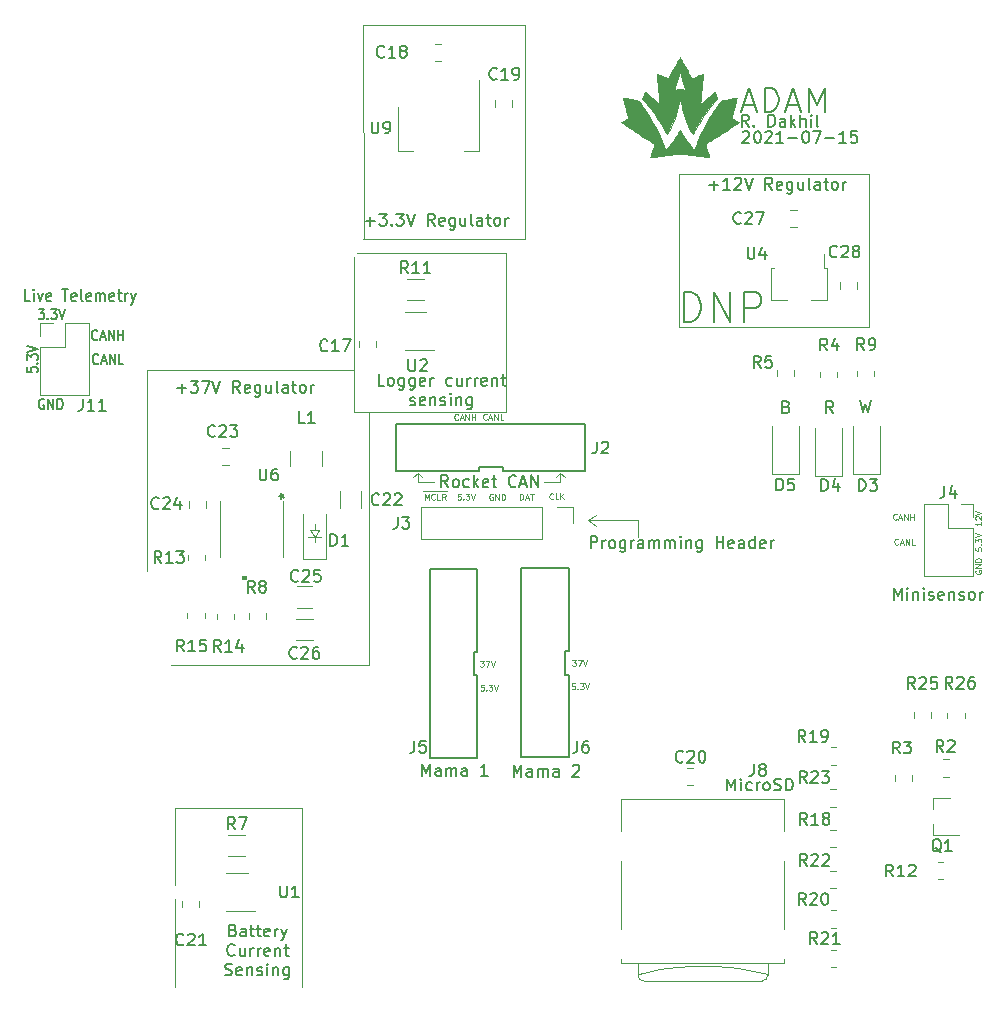
<source format=gbr>
G04 #@! TF.GenerationSoftware,KiCad,Pcbnew,(5.1.6)-1*
G04 #@! TF.CreationDate,2021-11-24T18:58:49-05:00*
G04 #@! TF.ProjectId,payload2020_papa_board,7061796c-6f61-4643-9230-32305f706170,rev?*
G04 #@! TF.SameCoordinates,Original*
G04 #@! TF.FileFunction,Legend,Top*
G04 #@! TF.FilePolarity,Positive*
%FSLAX46Y46*%
G04 Gerber Fmt 4.6, Leading zero omitted, Abs format (unit mm)*
G04 Created by KiCad (PCBNEW (5.1.6)-1) date 2021-11-24 18:58:49*
%MOMM*%
%LPD*%
G01*
G04 APERTURE LIST*
%ADD10C,0.120000*%
%ADD11C,0.150000*%
%ADD12C,0.125000*%
%ADD13C,0.010000*%
%ADD14C,0.100000*%
G04 APERTURE END LIST*
D10*
X114957000Y-149780500D02*
X114957000Y-142351000D01*
D11*
X170713523Y-101175380D02*
X170380190Y-100699190D01*
X170142095Y-101175380D02*
X170142095Y-100175380D01*
X170523047Y-100175380D01*
X170618285Y-100223000D01*
X170665904Y-100270619D01*
X170713523Y-100365857D01*
X170713523Y-100508714D01*
X170665904Y-100603952D01*
X170618285Y-100651571D01*
X170523047Y-100699190D01*
X170142095Y-100699190D01*
X173025428Y-100125380D02*
X173263523Y-101125380D01*
X173454000Y-100411095D01*
X173644476Y-101125380D01*
X173882571Y-100125380D01*
X166750428Y-100651571D02*
X166893285Y-100699190D01*
X166940904Y-100746809D01*
X166988523Y-100842047D01*
X166988523Y-100984904D01*
X166940904Y-101080142D01*
X166893285Y-101127761D01*
X166798047Y-101175380D01*
X166417095Y-101175380D01*
X166417095Y-100175380D01*
X166750428Y-100175380D01*
X166845666Y-100223000D01*
X166893285Y-100270619D01*
X166940904Y-100365857D01*
X166940904Y-100461095D01*
X166893285Y-100556333D01*
X166845666Y-100603952D01*
X166750428Y-100651571D01*
X166417095Y-100651571D01*
D10*
X126806960Y-111734600D02*
X126806960Y-112125760D01*
X126806960Y-110591600D02*
X126806960Y-111119920D01*
X126405640Y-111130080D02*
X127198120Y-111130080D01*
X126806960Y-111719360D02*
X126405640Y-111130080D01*
X127208280Y-111125000D02*
X126806960Y-111719360D01*
X126263400Y-111724440D02*
X126817120Y-111719360D01*
X127355600Y-111724440D02*
X126263400Y-111724440D01*
D12*
X182779000Y-114537952D02*
X182755190Y-114585571D01*
X182755190Y-114657000D01*
X182779000Y-114728428D01*
X182826619Y-114776047D01*
X182874238Y-114799857D01*
X182969476Y-114823666D01*
X183040904Y-114823666D01*
X183136142Y-114799857D01*
X183183761Y-114776047D01*
X183231380Y-114728428D01*
X183255190Y-114657000D01*
X183255190Y-114609380D01*
X183231380Y-114537952D01*
X183207571Y-114514142D01*
X183040904Y-114514142D01*
X183040904Y-114609380D01*
X183255190Y-114299857D02*
X182755190Y-114299857D01*
X183255190Y-114014142D01*
X182755190Y-114014142D01*
X183255190Y-113776047D02*
X182755190Y-113776047D01*
X182755190Y-113657000D01*
X182779000Y-113585571D01*
X182826619Y-113537952D01*
X182874238Y-113514142D01*
X182969476Y-113490333D01*
X183040904Y-113490333D01*
X183136142Y-113514142D01*
X183183761Y-113537952D01*
X183231380Y-113585571D01*
X183255190Y-113657000D01*
X183255190Y-113776047D01*
X176205190Y-112276571D02*
X176181380Y-112300380D01*
X176109952Y-112324190D01*
X176062333Y-112324190D01*
X175990904Y-112300380D01*
X175943285Y-112252761D01*
X175919476Y-112205142D01*
X175895666Y-112109904D01*
X175895666Y-112038476D01*
X175919476Y-111943238D01*
X175943285Y-111895619D01*
X175990904Y-111848000D01*
X176062333Y-111824190D01*
X176109952Y-111824190D01*
X176181380Y-111848000D01*
X176205190Y-111871809D01*
X176395666Y-112181333D02*
X176633761Y-112181333D01*
X176348047Y-112324190D02*
X176514714Y-111824190D01*
X176681380Y-112324190D01*
X176848047Y-112324190D02*
X176848047Y-111824190D01*
X177133761Y-112324190D01*
X177133761Y-111824190D01*
X177609952Y-112324190D02*
X177371857Y-112324190D01*
X177371857Y-111824190D01*
X176095666Y-110176571D02*
X176071857Y-110200380D01*
X176000428Y-110224190D01*
X175952809Y-110224190D01*
X175881380Y-110200380D01*
X175833761Y-110152761D01*
X175809952Y-110105142D01*
X175786142Y-110009904D01*
X175786142Y-109938476D01*
X175809952Y-109843238D01*
X175833761Y-109795619D01*
X175881380Y-109748000D01*
X175952809Y-109724190D01*
X176000428Y-109724190D01*
X176071857Y-109748000D01*
X176095666Y-109771809D01*
X176286142Y-110081333D02*
X176524238Y-110081333D01*
X176238523Y-110224190D02*
X176405190Y-109724190D01*
X176571857Y-110224190D01*
X176738523Y-110224190D02*
X176738523Y-109724190D01*
X177024238Y-110224190D01*
X177024238Y-109724190D01*
X177262333Y-110224190D02*
X177262333Y-109724190D01*
X177262333Y-109962285D02*
X177548047Y-109962285D01*
X177548047Y-110224190D02*
X177548047Y-109724190D01*
X183255190Y-110402523D02*
X183255190Y-110688238D01*
X183255190Y-110545380D02*
X182755190Y-110545380D01*
X182826619Y-110593000D01*
X182874238Y-110640619D01*
X182898047Y-110688238D01*
X182802809Y-110212047D02*
X182779000Y-110188238D01*
X182755190Y-110140619D01*
X182755190Y-110021571D01*
X182779000Y-109973952D01*
X182802809Y-109950142D01*
X182850428Y-109926333D01*
X182898047Y-109926333D01*
X182969476Y-109950142D01*
X183255190Y-110235857D01*
X183255190Y-109926333D01*
X182755190Y-109783476D02*
X183255190Y-109616809D01*
X182755190Y-109450142D01*
X182755190Y-112577380D02*
X182755190Y-112815476D01*
X182993285Y-112839285D01*
X182969476Y-112815476D01*
X182945666Y-112767857D01*
X182945666Y-112648809D01*
X182969476Y-112601190D01*
X182993285Y-112577380D01*
X183040904Y-112553571D01*
X183159952Y-112553571D01*
X183207571Y-112577380D01*
X183231380Y-112601190D01*
X183255190Y-112648809D01*
X183255190Y-112767857D01*
X183231380Y-112815476D01*
X183207571Y-112839285D01*
X183207571Y-112339285D02*
X183231380Y-112315476D01*
X183255190Y-112339285D01*
X183231380Y-112363095D01*
X183207571Y-112339285D01*
X183255190Y-112339285D01*
X182755190Y-112148809D02*
X182755190Y-111839285D01*
X182945666Y-112005952D01*
X182945666Y-111934523D01*
X182969476Y-111886904D01*
X182993285Y-111863095D01*
X183040904Y-111839285D01*
X183159952Y-111839285D01*
X183207571Y-111863095D01*
X183231380Y-111886904D01*
X183255190Y-111934523D01*
X183255190Y-112077380D01*
X183231380Y-112125000D01*
X183207571Y-112148809D01*
X182755190Y-111696428D02*
X183255190Y-111529761D01*
X182755190Y-111363095D01*
X147006380Y-108451571D02*
X146982571Y-108475380D01*
X146911142Y-108499190D01*
X146863523Y-108499190D01*
X146792095Y-108475380D01*
X146744476Y-108427761D01*
X146720666Y-108380142D01*
X146696857Y-108284904D01*
X146696857Y-108213476D01*
X146720666Y-108118238D01*
X146744476Y-108070619D01*
X146792095Y-108023000D01*
X146863523Y-107999190D01*
X146911142Y-107999190D01*
X146982571Y-108023000D01*
X147006380Y-108046809D01*
X147458761Y-108499190D02*
X147220666Y-108499190D01*
X147220666Y-107999190D01*
X147625428Y-108499190D02*
X147625428Y-107999190D01*
X147911142Y-108499190D02*
X147696857Y-108213476D01*
X147911142Y-107999190D02*
X147625428Y-108284904D01*
X144208725Y-108524190D02*
X144208725Y-108024190D01*
X144327773Y-108024190D01*
X144399201Y-108048000D01*
X144446820Y-108095619D01*
X144470630Y-108143238D01*
X144494440Y-108238476D01*
X144494440Y-108309904D01*
X144470630Y-108405142D01*
X144446820Y-108452761D01*
X144399201Y-108500380D01*
X144327773Y-108524190D01*
X144208725Y-108524190D01*
X144684916Y-108381333D02*
X144923011Y-108381333D01*
X144637297Y-108524190D02*
X144803963Y-108024190D01*
X144970630Y-108524190D01*
X145065868Y-108024190D02*
X145351582Y-108024190D01*
X145208725Y-108524190D02*
X145208725Y-108024190D01*
X141884447Y-108073000D02*
X141836828Y-108049190D01*
X141765400Y-108049190D01*
X141693971Y-108073000D01*
X141646352Y-108120619D01*
X141622542Y-108168238D01*
X141598733Y-108263476D01*
X141598733Y-108334904D01*
X141622542Y-108430142D01*
X141646352Y-108477761D01*
X141693971Y-108525380D01*
X141765400Y-108549190D01*
X141813019Y-108549190D01*
X141884447Y-108525380D01*
X141908257Y-108501571D01*
X141908257Y-108334904D01*
X141813019Y-108334904D01*
X142122542Y-108549190D02*
X142122542Y-108049190D01*
X142408257Y-108549190D01*
X142408257Y-108049190D01*
X142646352Y-108549190D02*
X142646352Y-108049190D01*
X142765400Y-108049190D01*
X142836828Y-108073000D01*
X142884447Y-108120619D01*
X142908257Y-108168238D01*
X142932066Y-108263476D01*
X142932066Y-108334904D01*
X142908257Y-108430142D01*
X142884447Y-108477761D01*
X142836828Y-108525380D01*
X142765400Y-108549190D01*
X142646352Y-108549190D01*
X139176619Y-108024190D02*
X138938523Y-108024190D01*
X138914714Y-108262285D01*
X138938523Y-108238476D01*
X138986142Y-108214666D01*
X139105190Y-108214666D01*
X139152809Y-108238476D01*
X139176619Y-108262285D01*
X139200428Y-108309904D01*
X139200428Y-108428952D01*
X139176619Y-108476571D01*
X139152809Y-108500380D01*
X139105190Y-108524190D01*
X138986142Y-108524190D01*
X138938523Y-108500380D01*
X138914714Y-108476571D01*
X139414714Y-108476571D02*
X139438523Y-108500380D01*
X139414714Y-108524190D01*
X139390904Y-108500380D01*
X139414714Y-108476571D01*
X139414714Y-108524190D01*
X139605190Y-108024190D02*
X139914714Y-108024190D01*
X139748047Y-108214666D01*
X139819476Y-108214666D01*
X139867095Y-108238476D01*
X139890904Y-108262285D01*
X139914714Y-108309904D01*
X139914714Y-108428952D01*
X139890904Y-108476571D01*
X139867095Y-108500380D01*
X139819476Y-108524190D01*
X139676619Y-108524190D01*
X139629000Y-108500380D01*
X139605190Y-108476571D01*
X140057571Y-108024190D02*
X140224238Y-108524190D01*
X140390904Y-108024190D01*
X136015904Y-107775500D02*
X136587333Y-107775500D01*
X136134952Y-108524190D02*
X136134952Y-108024190D01*
X136301619Y-108381333D01*
X136468285Y-108024190D01*
X136468285Y-108524190D01*
X136587333Y-107775500D02*
X137087333Y-107775500D01*
X136992095Y-108476571D02*
X136968285Y-108500380D01*
X136896857Y-108524190D01*
X136849238Y-108524190D01*
X136777809Y-108500380D01*
X136730190Y-108452761D01*
X136706380Y-108405142D01*
X136682571Y-108309904D01*
X136682571Y-108238476D01*
X136706380Y-108143238D01*
X136730190Y-108095619D01*
X136777809Y-108048000D01*
X136849238Y-108024190D01*
X136896857Y-108024190D01*
X136968285Y-108048000D01*
X136992095Y-108071809D01*
X137087333Y-107775500D02*
X137492095Y-107775500D01*
X137444476Y-108524190D02*
X137206380Y-108524190D01*
X137206380Y-108024190D01*
X137492095Y-107775500D02*
X137992095Y-107775500D01*
X137896857Y-108524190D02*
X137730190Y-108286095D01*
X137611142Y-108524190D02*
X137611142Y-108024190D01*
X137801619Y-108024190D01*
X137849238Y-108048000D01*
X137873047Y-108071809D01*
X137896857Y-108119428D01*
X137896857Y-108190857D01*
X137873047Y-108238476D01*
X137849238Y-108262285D01*
X137801619Y-108286095D01*
X137611142Y-108286095D01*
X141391070Y-101712531D02*
X141367260Y-101736340D01*
X141295832Y-101760150D01*
X141248213Y-101760150D01*
X141176784Y-101736340D01*
X141129165Y-101688721D01*
X141105356Y-101641102D01*
X141081546Y-101545864D01*
X141081546Y-101474436D01*
X141105356Y-101379198D01*
X141129165Y-101331579D01*
X141176784Y-101283960D01*
X141248213Y-101260150D01*
X141295832Y-101260150D01*
X141367260Y-101283960D01*
X141391070Y-101307769D01*
X141581546Y-101617293D02*
X141819641Y-101617293D01*
X141533927Y-101760150D02*
X141700594Y-101260150D01*
X141867260Y-101760150D01*
X142033927Y-101760150D02*
X142033927Y-101260150D01*
X142319641Y-101760150D01*
X142319641Y-101260150D01*
X142795832Y-101760150D02*
X142557737Y-101760150D01*
X142557737Y-101260150D01*
X138943946Y-101727771D02*
X138920137Y-101751580D01*
X138848708Y-101775390D01*
X138801089Y-101775390D01*
X138729660Y-101751580D01*
X138682041Y-101703961D01*
X138658232Y-101656342D01*
X138634422Y-101561104D01*
X138634422Y-101489676D01*
X138658232Y-101394438D01*
X138682041Y-101346819D01*
X138729660Y-101299200D01*
X138801089Y-101275390D01*
X138848708Y-101275390D01*
X138920137Y-101299200D01*
X138943946Y-101323009D01*
X139134422Y-101632533D02*
X139372518Y-101632533D01*
X139086803Y-101775390D02*
X139253470Y-101275390D01*
X139420137Y-101775390D01*
X139586803Y-101775390D02*
X139586803Y-101275390D01*
X139872518Y-101775390D01*
X139872518Y-101275390D01*
X140110613Y-101775390D02*
X140110613Y-101275390D01*
X140110613Y-101513485D02*
X140396327Y-101513485D01*
X140396327Y-101775390D02*
X140396327Y-101275390D01*
D10*
X135534400Y-106248200D02*
X135915400Y-106629200D01*
X135534400Y-107010200D02*
X135534400Y-106248200D01*
X135153400Y-106629200D02*
X135534400Y-106248200D01*
X135534400Y-107010200D02*
X136931400Y-107010200D01*
X147599400Y-106248200D02*
X147980400Y-106629200D01*
X147218400Y-106629200D02*
X147599400Y-106248200D01*
X147599400Y-106248200D02*
X147218400Y-106629200D01*
X147599400Y-107010200D02*
X147599400Y-106248200D01*
X146202400Y-107010200D02*
X147599400Y-107010200D01*
D11*
X108485085Y-96968428D02*
X108449371Y-97011285D01*
X108342228Y-97054142D01*
X108270800Y-97054142D01*
X108163657Y-97011285D01*
X108092228Y-96925571D01*
X108056514Y-96839857D01*
X108020800Y-96668428D01*
X108020800Y-96539857D01*
X108056514Y-96368428D01*
X108092228Y-96282714D01*
X108163657Y-96197000D01*
X108270800Y-96154142D01*
X108342228Y-96154142D01*
X108449371Y-96197000D01*
X108485085Y-96239857D01*
X108770800Y-96797000D02*
X109127942Y-96797000D01*
X108699371Y-97054142D02*
X108949371Y-96154142D01*
X109199371Y-97054142D01*
X109449371Y-97054142D02*
X109449371Y-96154142D01*
X109877942Y-97054142D01*
X109877942Y-96154142D01*
X110592228Y-97054142D02*
X110235085Y-97054142D01*
X110235085Y-96154142D01*
X108421200Y-94961828D02*
X108385485Y-95004685D01*
X108278342Y-95047542D01*
X108206914Y-95047542D01*
X108099771Y-95004685D01*
X108028342Y-94918971D01*
X107992628Y-94833257D01*
X107956914Y-94661828D01*
X107956914Y-94533257D01*
X107992628Y-94361828D01*
X108028342Y-94276114D01*
X108099771Y-94190400D01*
X108206914Y-94147542D01*
X108278342Y-94147542D01*
X108385485Y-94190400D01*
X108421200Y-94233257D01*
X108706914Y-94790400D02*
X109064057Y-94790400D01*
X108635485Y-95047542D02*
X108885485Y-94147542D01*
X109135485Y-95047542D01*
X109385485Y-95047542D02*
X109385485Y-94147542D01*
X109814057Y-95047542D01*
X109814057Y-94147542D01*
X110171200Y-95047542D02*
X110171200Y-94147542D01*
X110171200Y-94576114D02*
X110599771Y-94576114D01*
X110599771Y-95047542D02*
X110599771Y-94147542D01*
X103898771Y-100032400D02*
X103827342Y-99989542D01*
X103720200Y-99989542D01*
X103613057Y-100032400D01*
X103541628Y-100118114D01*
X103505914Y-100203828D01*
X103470200Y-100375257D01*
X103470200Y-100503828D01*
X103505914Y-100675257D01*
X103541628Y-100760971D01*
X103613057Y-100846685D01*
X103720200Y-100889542D01*
X103791628Y-100889542D01*
X103898771Y-100846685D01*
X103934485Y-100803828D01*
X103934485Y-100503828D01*
X103791628Y-100503828D01*
X104255914Y-100889542D02*
X104255914Y-99989542D01*
X104684485Y-100889542D01*
X104684485Y-99989542D01*
X105041628Y-100889542D02*
X105041628Y-99989542D01*
X105220200Y-99989542D01*
X105327342Y-100032400D01*
X105398771Y-100118114D01*
X105434485Y-100203828D01*
X105470200Y-100375257D01*
X105470200Y-100503828D01*
X105434485Y-100675257D01*
X105398771Y-100760971D01*
X105327342Y-100846685D01*
X105220200Y-100889542D01*
X105041628Y-100889542D01*
X103439257Y-92369542D02*
X103903542Y-92369542D01*
X103653542Y-92712400D01*
X103760685Y-92712400D01*
X103832114Y-92755257D01*
X103867828Y-92798114D01*
X103903542Y-92883828D01*
X103903542Y-93098114D01*
X103867828Y-93183828D01*
X103832114Y-93226685D01*
X103760685Y-93269542D01*
X103546400Y-93269542D01*
X103474971Y-93226685D01*
X103439257Y-93183828D01*
X104224971Y-93183828D02*
X104260685Y-93226685D01*
X104224971Y-93269542D01*
X104189257Y-93226685D01*
X104224971Y-93183828D01*
X104224971Y-93269542D01*
X104510685Y-92369542D02*
X104974971Y-92369542D01*
X104724971Y-92712400D01*
X104832114Y-92712400D01*
X104903542Y-92755257D01*
X104939257Y-92798114D01*
X104974971Y-92883828D01*
X104974971Y-93098114D01*
X104939257Y-93183828D01*
X104903542Y-93226685D01*
X104832114Y-93269542D01*
X104617828Y-93269542D01*
X104546400Y-93226685D01*
X104510685Y-93183828D01*
X105189257Y-92369542D02*
X105439257Y-93269542D01*
X105689257Y-92369542D01*
X102453342Y-97325571D02*
X102453342Y-97682714D01*
X102881914Y-97718428D01*
X102839057Y-97682714D01*
X102796200Y-97611285D01*
X102796200Y-97432714D01*
X102839057Y-97361285D01*
X102881914Y-97325571D01*
X102967628Y-97289857D01*
X103181914Y-97289857D01*
X103267628Y-97325571D01*
X103310485Y-97361285D01*
X103353342Y-97432714D01*
X103353342Y-97611285D01*
X103310485Y-97682714D01*
X103267628Y-97718428D01*
X103267628Y-96968428D02*
X103310485Y-96932714D01*
X103353342Y-96968428D01*
X103310485Y-97004142D01*
X103267628Y-96968428D01*
X103353342Y-96968428D01*
X102453342Y-96682714D02*
X102453342Y-96218428D01*
X102796200Y-96468428D01*
X102796200Y-96361285D01*
X102839057Y-96289857D01*
X102881914Y-96254142D01*
X102967628Y-96218428D01*
X103181914Y-96218428D01*
X103267628Y-96254142D01*
X103310485Y-96289857D01*
X103353342Y-96361285D01*
X103353342Y-96575571D01*
X103310485Y-96647000D01*
X103267628Y-96682714D01*
X102453342Y-96004142D02*
X103353342Y-95754142D01*
X102453342Y-95504142D01*
D12*
X141127219Y-124186190D02*
X140889123Y-124186190D01*
X140865314Y-124424285D01*
X140889123Y-124400476D01*
X140936742Y-124376666D01*
X141055790Y-124376666D01*
X141103409Y-124400476D01*
X141127219Y-124424285D01*
X141151028Y-124471904D01*
X141151028Y-124590952D01*
X141127219Y-124638571D01*
X141103409Y-124662380D01*
X141055790Y-124686190D01*
X140936742Y-124686190D01*
X140889123Y-124662380D01*
X140865314Y-124638571D01*
X141365314Y-124638571D02*
X141389123Y-124662380D01*
X141365314Y-124686190D01*
X141341504Y-124662380D01*
X141365314Y-124638571D01*
X141365314Y-124686190D01*
X141555790Y-124186190D02*
X141865314Y-124186190D01*
X141698647Y-124376666D01*
X141770076Y-124376666D01*
X141817695Y-124400476D01*
X141841504Y-124424285D01*
X141865314Y-124471904D01*
X141865314Y-124590952D01*
X141841504Y-124638571D01*
X141817695Y-124662380D01*
X141770076Y-124686190D01*
X141627219Y-124686190D01*
X141579600Y-124662380D01*
X141555790Y-124638571D01*
X142008171Y-124186190D02*
X142174838Y-124686190D01*
X142341504Y-124186190D01*
X140808152Y-122154190D02*
X141117676Y-122154190D01*
X140951009Y-122344666D01*
X141022438Y-122344666D01*
X141070057Y-122368476D01*
X141093866Y-122392285D01*
X141117676Y-122439904D01*
X141117676Y-122558952D01*
X141093866Y-122606571D01*
X141070057Y-122630380D01*
X141022438Y-122654190D01*
X140879580Y-122654190D01*
X140831961Y-122630380D01*
X140808152Y-122606571D01*
X141284342Y-122154190D02*
X141617676Y-122154190D01*
X141403390Y-122654190D01*
X141736723Y-122154190D02*
X141903390Y-122654190D01*
X142070057Y-122154190D01*
X148631352Y-122103390D02*
X148940876Y-122103390D01*
X148774209Y-122293866D01*
X148845638Y-122293866D01*
X148893257Y-122317676D01*
X148917066Y-122341485D01*
X148940876Y-122389104D01*
X148940876Y-122508152D01*
X148917066Y-122555771D01*
X148893257Y-122579580D01*
X148845638Y-122603390D01*
X148702780Y-122603390D01*
X148655161Y-122579580D01*
X148631352Y-122555771D01*
X149107542Y-122103390D02*
X149440876Y-122103390D01*
X149226590Y-122603390D01*
X149559923Y-122103390D02*
X149726590Y-122603390D01*
X149893257Y-122103390D01*
X148848819Y-124084590D02*
X148610723Y-124084590D01*
X148586914Y-124322685D01*
X148610723Y-124298876D01*
X148658342Y-124275066D01*
X148777390Y-124275066D01*
X148825009Y-124298876D01*
X148848819Y-124322685D01*
X148872628Y-124370304D01*
X148872628Y-124489352D01*
X148848819Y-124536971D01*
X148825009Y-124560780D01*
X148777390Y-124584590D01*
X148658342Y-124584590D01*
X148610723Y-124560780D01*
X148586914Y-124536971D01*
X149086914Y-124536971D02*
X149110723Y-124560780D01*
X149086914Y-124584590D01*
X149063104Y-124560780D01*
X149086914Y-124536971D01*
X149086914Y-124584590D01*
X149277390Y-124084590D02*
X149586914Y-124084590D01*
X149420247Y-124275066D01*
X149491676Y-124275066D01*
X149539295Y-124298876D01*
X149563104Y-124322685D01*
X149586914Y-124370304D01*
X149586914Y-124489352D01*
X149563104Y-124536971D01*
X149539295Y-124560780D01*
X149491676Y-124584590D01*
X149348819Y-124584590D01*
X149301200Y-124560780D01*
X149277390Y-124536971D01*
X149729771Y-124084590D02*
X149896438Y-124584590D01*
X150063104Y-124084590D01*
D10*
X149987000Y-110261400D02*
X150596600Y-110769400D01*
X149987000Y-110261400D02*
X150622000Y-109829600D01*
X154178000Y-110261400D02*
X149987000Y-110261400D01*
X154172138Y-111680500D02*
X154178000Y-110261400D01*
X112633760Y-97561400D02*
X130146200Y-97570800D01*
X112633760Y-114538000D02*
X112633760Y-97561400D01*
X131391660Y-122537220D02*
X114652200Y-122513600D01*
X131390800Y-101076000D02*
X131391660Y-122537220D01*
X114957000Y-141119100D02*
X114957000Y-134602220D01*
X125775720Y-134627620D02*
X114957000Y-134602220D01*
X125775720Y-149804120D02*
X125775720Y-134627620D01*
D11*
X163144409Y-75094933D02*
X164096790Y-75094933D01*
X162953933Y-75666361D02*
X163620600Y-73666361D01*
X164287266Y-75666361D01*
X164953933Y-75666361D02*
X164953933Y-73666361D01*
X165430123Y-73666361D01*
X165715838Y-73761600D01*
X165906314Y-73952076D01*
X166001552Y-74142552D01*
X166096790Y-74523504D01*
X166096790Y-74809219D01*
X166001552Y-75190171D01*
X165906314Y-75380647D01*
X165715838Y-75571123D01*
X165430123Y-75666361D01*
X164953933Y-75666361D01*
X166858695Y-75094933D02*
X167811076Y-75094933D01*
X166668219Y-75666361D02*
X167334885Y-73666361D01*
X168001552Y-75666361D01*
X168668219Y-75666361D02*
X168668219Y-73666361D01*
X169334885Y-75094933D01*
X170001552Y-73666361D01*
X170001552Y-75666361D01*
X163058857Y-77408019D02*
X163106476Y-77360400D01*
X163201714Y-77312780D01*
X163439809Y-77312780D01*
X163535047Y-77360400D01*
X163582666Y-77408019D01*
X163630285Y-77503257D01*
X163630285Y-77598495D01*
X163582666Y-77741352D01*
X163011238Y-78312780D01*
X163630285Y-78312780D01*
X164249333Y-77312780D02*
X164344571Y-77312780D01*
X164439809Y-77360400D01*
X164487428Y-77408019D01*
X164535047Y-77503257D01*
X164582666Y-77693733D01*
X164582666Y-77931828D01*
X164535047Y-78122304D01*
X164487428Y-78217542D01*
X164439809Y-78265161D01*
X164344571Y-78312780D01*
X164249333Y-78312780D01*
X164154095Y-78265161D01*
X164106476Y-78217542D01*
X164058857Y-78122304D01*
X164011238Y-77931828D01*
X164011238Y-77693733D01*
X164058857Y-77503257D01*
X164106476Y-77408019D01*
X164154095Y-77360400D01*
X164249333Y-77312780D01*
X164963619Y-77408019D02*
X165011238Y-77360400D01*
X165106476Y-77312780D01*
X165344571Y-77312780D01*
X165439809Y-77360400D01*
X165487428Y-77408019D01*
X165535047Y-77503257D01*
X165535047Y-77598495D01*
X165487428Y-77741352D01*
X164916000Y-78312780D01*
X165535047Y-78312780D01*
X166487428Y-78312780D02*
X165916000Y-78312780D01*
X166201714Y-78312780D02*
X166201714Y-77312780D01*
X166106476Y-77455638D01*
X166011238Y-77550876D01*
X165916000Y-77598495D01*
X166916000Y-77931828D02*
X167677904Y-77931828D01*
X168344571Y-77312780D02*
X168439809Y-77312780D01*
X168535047Y-77360400D01*
X168582666Y-77408019D01*
X168630285Y-77503257D01*
X168677904Y-77693733D01*
X168677904Y-77931828D01*
X168630285Y-78122304D01*
X168582666Y-78217542D01*
X168535047Y-78265161D01*
X168439809Y-78312780D01*
X168344571Y-78312780D01*
X168249333Y-78265161D01*
X168201714Y-78217542D01*
X168154095Y-78122304D01*
X168106476Y-77931828D01*
X168106476Y-77693733D01*
X168154095Y-77503257D01*
X168201714Y-77408019D01*
X168249333Y-77360400D01*
X168344571Y-77312780D01*
X169011238Y-77312780D02*
X169677904Y-77312780D01*
X169249333Y-78312780D01*
X170058857Y-77931828D02*
X170820761Y-77931828D01*
X171820761Y-78312780D02*
X171249333Y-78312780D01*
X171535047Y-78312780D02*
X171535047Y-77312780D01*
X171439809Y-77455638D01*
X171344571Y-77550876D01*
X171249333Y-77598495D01*
X172725523Y-77312780D02*
X172249333Y-77312780D01*
X172201714Y-77788971D01*
X172249333Y-77741352D01*
X172344571Y-77693733D01*
X172582666Y-77693733D01*
X172677904Y-77741352D01*
X172725523Y-77788971D01*
X172773142Y-77884209D01*
X172773142Y-78122304D01*
X172725523Y-78217542D01*
X172677904Y-78265161D01*
X172582666Y-78312780D01*
X172344571Y-78312780D01*
X172249333Y-78265161D01*
X172201714Y-78217542D01*
X163569752Y-76941180D02*
X163236419Y-76464990D01*
X162998323Y-76941180D02*
X162998323Y-75941180D01*
X163379276Y-75941180D01*
X163474514Y-75988800D01*
X163522133Y-76036419D01*
X163569752Y-76131657D01*
X163569752Y-76274514D01*
X163522133Y-76369752D01*
X163474514Y-76417371D01*
X163379276Y-76464990D01*
X162998323Y-76464990D01*
X163998323Y-76845942D02*
X164045942Y-76893561D01*
X163998323Y-76941180D01*
X163950704Y-76893561D01*
X163998323Y-76845942D01*
X163998323Y-76941180D01*
X165236419Y-76941180D02*
X165236419Y-75941180D01*
X165474514Y-75941180D01*
X165617371Y-75988800D01*
X165712609Y-76084038D01*
X165760228Y-76179276D01*
X165807847Y-76369752D01*
X165807847Y-76512609D01*
X165760228Y-76703085D01*
X165712609Y-76798323D01*
X165617371Y-76893561D01*
X165474514Y-76941180D01*
X165236419Y-76941180D01*
X166664990Y-76941180D02*
X166664990Y-76417371D01*
X166617371Y-76322133D01*
X166522133Y-76274514D01*
X166331657Y-76274514D01*
X166236419Y-76322133D01*
X166664990Y-76893561D02*
X166569752Y-76941180D01*
X166331657Y-76941180D01*
X166236419Y-76893561D01*
X166188800Y-76798323D01*
X166188800Y-76703085D01*
X166236419Y-76607847D01*
X166331657Y-76560228D01*
X166569752Y-76560228D01*
X166664990Y-76512609D01*
X167141180Y-76941180D02*
X167141180Y-75941180D01*
X167236419Y-76560228D02*
X167522133Y-76941180D01*
X167522133Y-76274514D02*
X167141180Y-76655466D01*
X167950704Y-76941180D02*
X167950704Y-75941180D01*
X168379276Y-76941180D02*
X168379276Y-76417371D01*
X168331657Y-76322133D01*
X168236419Y-76274514D01*
X168093561Y-76274514D01*
X167998323Y-76322133D01*
X167950704Y-76369752D01*
X168855466Y-76941180D02*
X168855466Y-76274514D01*
X168855466Y-75941180D02*
X168807847Y-75988800D01*
X168855466Y-76036419D01*
X168903085Y-75988800D01*
X168855466Y-75941180D01*
X168855466Y-76036419D01*
X169474514Y-76941180D02*
X169379276Y-76893561D01*
X169331657Y-76798323D01*
X169331657Y-75941180D01*
X119889211Y-144978811D02*
X120032068Y-145026430D01*
X120079687Y-145074049D01*
X120127306Y-145169287D01*
X120127306Y-145312144D01*
X120079687Y-145407382D01*
X120032068Y-145455001D01*
X119936830Y-145502620D01*
X119555878Y-145502620D01*
X119555878Y-144502620D01*
X119889211Y-144502620D01*
X119984449Y-144550240D01*
X120032068Y-144597859D01*
X120079687Y-144693097D01*
X120079687Y-144788335D01*
X120032068Y-144883573D01*
X119984449Y-144931192D01*
X119889211Y-144978811D01*
X119555878Y-144978811D01*
X120984449Y-145502620D02*
X120984449Y-144978811D01*
X120936830Y-144883573D01*
X120841592Y-144835954D01*
X120651116Y-144835954D01*
X120555878Y-144883573D01*
X120984449Y-145455001D02*
X120889211Y-145502620D01*
X120651116Y-145502620D01*
X120555878Y-145455001D01*
X120508259Y-145359763D01*
X120508259Y-145264525D01*
X120555878Y-145169287D01*
X120651116Y-145121668D01*
X120889211Y-145121668D01*
X120984449Y-145074049D01*
X121317782Y-144835954D02*
X121698735Y-144835954D01*
X121460640Y-144502620D02*
X121460640Y-145359763D01*
X121508259Y-145455001D01*
X121603497Y-145502620D01*
X121698735Y-145502620D01*
X121889211Y-144835954D02*
X122270163Y-144835954D01*
X122032068Y-144502620D02*
X122032068Y-145359763D01*
X122079687Y-145455001D01*
X122174925Y-145502620D01*
X122270163Y-145502620D01*
X122984449Y-145455001D02*
X122889211Y-145502620D01*
X122698735Y-145502620D01*
X122603497Y-145455001D01*
X122555878Y-145359763D01*
X122555878Y-144978811D01*
X122603497Y-144883573D01*
X122698735Y-144835954D01*
X122889211Y-144835954D01*
X122984449Y-144883573D01*
X123032068Y-144978811D01*
X123032068Y-145074049D01*
X122555878Y-145169287D01*
X123460640Y-145502620D02*
X123460640Y-144835954D01*
X123460640Y-145026430D02*
X123508259Y-144931192D01*
X123555878Y-144883573D01*
X123651116Y-144835954D01*
X123746354Y-144835954D01*
X123984449Y-144835954D02*
X124222544Y-145502620D01*
X124460640Y-144835954D02*
X124222544Y-145502620D01*
X124127306Y-145740716D01*
X124079687Y-145788335D01*
X123984449Y-145835954D01*
X120032068Y-147057382D02*
X119984449Y-147105001D01*
X119841592Y-147152620D01*
X119746354Y-147152620D01*
X119603497Y-147105001D01*
X119508259Y-147009763D01*
X119460640Y-146914525D01*
X119413020Y-146724049D01*
X119413020Y-146581192D01*
X119460640Y-146390716D01*
X119508259Y-146295478D01*
X119603497Y-146200240D01*
X119746354Y-146152620D01*
X119841592Y-146152620D01*
X119984449Y-146200240D01*
X120032068Y-146247859D01*
X120889211Y-146485954D02*
X120889211Y-147152620D01*
X120460640Y-146485954D02*
X120460640Y-147009763D01*
X120508259Y-147105001D01*
X120603497Y-147152620D01*
X120746354Y-147152620D01*
X120841592Y-147105001D01*
X120889211Y-147057382D01*
X121365401Y-147152620D02*
X121365401Y-146485954D01*
X121365401Y-146676430D02*
X121413020Y-146581192D01*
X121460640Y-146533573D01*
X121555878Y-146485954D01*
X121651116Y-146485954D01*
X121984449Y-147152620D02*
X121984449Y-146485954D01*
X121984449Y-146676430D02*
X122032068Y-146581192D01*
X122079687Y-146533573D01*
X122174925Y-146485954D01*
X122270163Y-146485954D01*
X122984449Y-147105001D02*
X122889211Y-147152620D01*
X122698735Y-147152620D01*
X122603497Y-147105001D01*
X122555878Y-147009763D01*
X122555878Y-146628811D01*
X122603497Y-146533573D01*
X122698735Y-146485954D01*
X122889211Y-146485954D01*
X122984449Y-146533573D01*
X123032068Y-146628811D01*
X123032068Y-146724049D01*
X122555878Y-146819287D01*
X123460640Y-146485954D02*
X123460640Y-147152620D01*
X123460640Y-146581192D02*
X123508259Y-146533573D01*
X123603497Y-146485954D01*
X123746354Y-146485954D01*
X123841592Y-146533573D01*
X123889211Y-146628811D01*
X123889211Y-147152620D01*
X124222544Y-146485954D02*
X124603497Y-146485954D01*
X124365401Y-146152620D02*
X124365401Y-147009763D01*
X124413020Y-147105001D01*
X124508259Y-147152620D01*
X124603497Y-147152620D01*
X119246354Y-148755001D02*
X119389211Y-148802620D01*
X119627306Y-148802620D01*
X119722544Y-148755001D01*
X119770163Y-148707382D01*
X119817782Y-148612144D01*
X119817782Y-148516906D01*
X119770163Y-148421668D01*
X119722544Y-148374049D01*
X119627306Y-148326430D01*
X119436830Y-148278811D01*
X119341592Y-148231192D01*
X119293973Y-148183573D01*
X119246354Y-148088335D01*
X119246354Y-147993097D01*
X119293973Y-147897859D01*
X119341592Y-147850240D01*
X119436830Y-147802620D01*
X119674925Y-147802620D01*
X119817782Y-147850240D01*
X120627306Y-148755001D02*
X120532068Y-148802620D01*
X120341592Y-148802620D01*
X120246354Y-148755001D01*
X120198735Y-148659763D01*
X120198735Y-148278811D01*
X120246354Y-148183573D01*
X120341592Y-148135954D01*
X120532068Y-148135954D01*
X120627306Y-148183573D01*
X120674925Y-148278811D01*
X120674925Y-148374049D01*
X120198735Y-148469287D01*
X121103497Y-148135954D02*
X121103497Y-148802620D01*
X121103497Y-148231192D02*
X121151116Y-148183573D01*
X121246354Y-148135954D01*
X121389211Y-148135954D01*
X121484449Y-148183573D01*
X121532068Y-148278811D01*
X121532068Y-148802620D01*
X121960640Y-148755001D02*
X122055878Y-148802620D01*
X122246354Y-148802620D01*
X122341592Y-148755001D01*
X122389211Y-148659763D01*
X122389211Y-148612144D01*
X122341592Y-148516906D01*
X122246354Y-148469287D01*
X122103497Y-148469287D01*
X122008259Y-148421668D01*
X121960640Y-148326430D01*
X121960640Y-148278811D01*
X122008259Y-148183573D01*
X122103497Y-148135954D01*
X122246354Y-148135954D01*
X122341592Y-148183573D01*
X122817782Y-148802620D02*
X122817782Y-148135954D01*
X122817782Y-147802620D02*
X122770163Y-147850240D01*
X122817782Y-147897859D01*
X122865401Y-147850240D01*
X122817782Y-147802620D01*
X122817782Y-147897859D01*
X123293973Y-148135954D02*
X123293973Y-148802620D01*
X123293973Y-148231192D02*
X123341592Y-148183573D01*
X123436830Y-148135954D01*
X123579687Y-148135954D01*
X123674925Y-148183573D01*
X123722544Y-148278811D01*
X123722544Y-148802620D01*
X124627306Y-148135954D02*
X124627306Y-148945478D01*
X124579687Y-149040716D01*
X124532068Y-149088335D01*
X124436830Y-149135954D01*
X124293973Y-149135954D01*
X124198735Y-149088335D01*
X124627306Y-148755001D02*
X124532068Y-148802620D01*
X124341592Y-148802620D01*
X124246354Y-148755001D01*
X124198735Y-148707382D01*
X124151116Y-148612144D01*
X124151116Y-148326430D01*
X124198735Y-148231192D01*
X124246354Y-148183573D01*
X124341592Y-148135954D01*
X124532068Y-148135954D01*
X124627306Y-148183573D01*
X138106590Y-107462580D02*
X137773257Y-106986390D01*
X137535161Y-107462580D02*
X137535161Y-106462580D01*
X137916114Y-106462580D01*
X138011352Y-106510200D01*
X138058971Y-106557819D01*
X138106590Y-106653057D01*
X138106590Y-106795914D01*
X138058971Y-106891152D01*
X138011352Y-106938771D01*
X137916114Y-106986390D01*
X137535161Y-106986390D01*
X138678019Y-107462580D02*
X138582780Y-107414961D01*
X138535161Y-107367342D01*
X138487542Y-107272104D01*
X138487542Y-106986390D01*
X138535161Y-106891152D01*
X138582780Y-106843533D01*
X138678019Y-106795914D01*
X138820876Y-106795914D01*
X138916114Y-106843533D01*
X138963733Y-106891152D01*
X139011352Y-106986390D01*
X139011352Y-107272104D01*
X138963733Y-107367342D01*
X138916114Y-107414961D01*
X138820876Y-107462580D01*
X138678019Y-107462580D01*
X139868495Y-107414961D02*
X139773257Y-107462580D01*
X139582780Y-107462580D01*
X139487542Y-107414961D01*
X139439923Y-107367342D01*
X139392304Y-107272104D01*
X139392304Y-106986390D01*
X139439923Y-106891152D01*
X139487542Y-106843533D01*
X139582780Y-106795914D01*
X139773257Y-106795914D01*
X139868495Y-106843533D01*
X140297066Y-107462580D02*
X140297066Y-106462580D01*
X140392304Y-107081628D02*
X140678019Y-107462580D01*
X140678019Y-106795914D02*
X140297066Y-107176866D01*
X141487542Y-107414961D02*
X141392304Y-107462580D01*
X141201828Y-107462580D01*
X141106590Y-107414961D01*
X141058971Y-107319723D01*
X141058971Y-106938771D01*
X141106590Y-106843533D01*
X141201828Y-106795914D01*
X141392304Y-106795914D01*
X141487542Y-106843533D01*
X141535161Y-106938771D01*
X141535161Y-107034009D01*
X141058971Y-107129247D01*
X141820876Y-106795914D02*
X142201828Y-106795914D01*
X141963733Y-106462580D02*
X141963733Y-107319723D01*
X142011352Y-107414961D01*
X142106590Y-107462580D01*
X142201828Y-107462580D01*
X143868495Y-107367342D02*
X143820876Y-107414961D01*
X143678019Y-107462580D01*
X143582780Y-107462580D01*
X143439923Y-107414961D01*
X143344685Y-107319723D01*
X143297066Y-107224485D01*
X143249447Y-107034009D01*
X143249447Y-106891152D01*
X143297066Y-106700676D01*
X143344685Y-106605438D01*
X143439923Y-106510200D01*
X143582780Y-106462580D01*
X143678019Y-106462580D01*
X143820876Y-106510200D01*
X143868495Y-106557819D01*
X144249447Y-107176866D02*
X144725638Y-107176866D01*
X144154209Y-107462580D02*
X144487542Y-106462580D01*
X144820876Y-107462580D01*
X145154209Y-107462580D02*
X145154209Y-106462580D01*
X145725638Y-107462580D01*
X145725638Y-106462580D01*
D10*
X144614900Y-68328540D02*
X130939540Y-68318380D01*
X144589500Y-86451440D02*
X130949700Y-86461600D01*
X144589500Y-86443820D02*
X144604740Y-68338700D01*
X130939540Y-68318380D02*
X130962400Y-86461600D01*
D11*
X131158409Y-84942988D02*
X131920314Y-84942988D01*
X131539361Y-85323940D02*
X131539361Y-84562036D01*
X132301266Y-84323940D02*
X132920314Y-84323940D01*
X132586980Y-84704893D01*
X132729838Y-84704893D01*
X132825076Y-84752512D01*
X132872695Y-84800131D01*
X132920314Y-84895369D01*
X132920314Y-85133464D01*
X132872695Y-85228702D01*
X132825076Y-85276321D01*
X132729838Y-85323940D01*
X132444123Y-85323940D01*
X132348885Y-85276321D01*
X132301266Y-85228702D01*
X133348885Y-85228702D02*
X133396504Y-85276321D01*
X133348885Y-85323940D01*
X133301266Y-85276321D01*
X133348885Y-85228702D01*
X133348885Y-85323940D01*
X133729838Y-84323940D02*
X134348885Y-84323940D01*
X134015552Y-84704893D01*
X134158409Y-84704893D01*
X134253647Y-84752512D01*
X134301266Y-84800131D01*
X134348885Y-84895369D01*
X134348885Y-85133464D01*
X134301266Y-85228702D01*
X134253647Y-85276321D01*
X134158409Y-85323940D01*
X133872695Y-85323940D01*
X133777457Y-85276321D01*
X133729838Y-85228702D01*
X134634600Y-84323940D02*
X134967933Y-85323940D01*
X135301266Y-84323940D01*
X136967933Y-85323940D02*
X136634600Y-84847750D01*
X136396504Y-85323940D02*
X136396504Y-84323940D01*
X136777457Y-84323940D01*
X136872695Y-84371560D01*
X136920314Y-84419179D01*
X136967933Y-84514417D01*
X136967933Y-84657274D01*
X136920314Y-84752512D01*
X136872695Y-84800131D01*
X136777457Y-84847750D01*
X136396504Y-84847750D01*
X137777457Y-85276321D02*
X137682219Y-85323940D01*
X137491742Y-85323940D01*
X137396504Y-85276321D01*
X137348885Y-85181083D01*
X137348885Y-84800131D01*
X137396504Y-84704893D01*
X137491742Y-84657274D01*
X137682219Y-84657274D01*
X137777457Y-84704893D01*
X137825076Y-84800131D01*
X137825076Y-84895369D01*
X137348885Y-84990607D01*
X138682219Y-84657274D02*
X138682219Y-85466798D01*
X138634600Y-85562036D01*
X138586980Y-85609655D01*
X138491742Y-85657274D01*
X138348885Y-85657274D01*
X138253647Y-85609655D01*
X138682219Y-85276321D02*
X138586980Y-85323940D01*
X138396504Y-85323940D01*
X138301266Y-85276321D01*
X138253647Y-85228702D01*
X138206028Y-85133464D01*
X138206028Y-84847750D01*
X138253647Y-84752512D01*
X138301266Y-84704893D01*
X138396504Y-84657274D01*
X138586980Y-84657274D01*
X138682219Y-84704893D01*
X139586980Y-84657274D02*
X139586980Y-85323940D01*
X139158409Y-84657274D02*
X139158409Y-85181083D01*
X139206028Y-85276321D01*
X139301266Y-85323940D01*
X139444123Y-85323940D01*
X139539361Y-85276321D01*
X139586980Y-85228702D01*
X140206028Y-85323940D02*
X140110790Y-85276321D01*
X140063171Y-85181083D01*
X140063171Y-84323940D01*
X141015552Y-85323940D02*
X141015552Y-84800131D01*
X140967933Y-84704893D01*
X140872695Y-84657274D01*
X140682219Y-84657274D01*
X140586980Y-84704893D01*
X141015552Y-85276321D02*
X140920314Y-85323940D01*
X140682219Y-85323940D01*
X140586980Y-85276321D01*
X140539361Y-85181083D01*
X140539361Y-85085845D01*
X140586980Y-84990607D01*
X140682219Y-84942988D01*
X140920314Y-84942988D01*
X141015552Y-84895369D01*
X141348885Y-84657274D02*
X141729838Y-84657274D01*
X141491742Y-84323940D02*
X141491742Y-85181083D01*
X141539361Y-85276321D01*
X141634600Y-85323940D01*
X141729838Y-85323940D01*
X142206028Y-85323940D02*
X142110790Y-85276321D01*
X142063171Y-85228702D01*
X142015552Y-85133464D01*
X142015552Y-84847750D01*
X142063171Y-84752512D01*
X142110790Y-84704893D01*
X142206028Y-84657274D01*
X142348885Y-84657274D01*
X142444123Y-84704893D01*
X142491742Y-84752512D01*
X142539361Y-84847750D01*
X142539361Y-85133464D01*
X142491742Y-85228702D01*
X142444123Y-85276321D01*
X142348885Y-85323940D01*
X142206028Y-85323940D01*
X142967933Y-85323940D02*
X142967933Y-84657274D01*
X142967933Y-84847750D02*
X143015552Y-84752512D01*
X143063171Y-84704893D01*
X143158409Y-84657274D01*
X143253647Y-84657274D01*
X175864714Y-117000380D02*
X175864714Y-116000380D01*
X176198047Y-116714666D01*
X176531380Y-116000380D01*
X176531380Y-117000380D01*
X177007571Y-117000380D02*
X177007571Y-116333714D01*
X177007571Y-116000380D02*
X176959952Y-116048000D01*
X177007571Y-116095619D01*
X177055190Y-116048000D01*
X177007571Y-116000380D01*
X177007571Y-116095619D01*
X177483761Y-116333714D02*
X177483761Y-117000380D01*
X177483761Y-116428952D02*
X177531380Y-116381333D01*
X177626619Y-116333714D01*
X177769476Y-116333714D01*
X177864714Y-116381333D01*
X177912333Y-116476571D01*
X177912333Y-117000380D01*
X178388523Y-117000380D02*
X178388523Y-116333714D01*
X178388523Y-116000380D02*
X178340904Y-116048000D01*
X178388523Y-116095619D01*
X178436142Y-116048000D01*
X178388523Y-116000380D01*
X178388523Y-116095619D01*
X178817095Y-116952761D02*
X178912333Y-117000380D01*
X179102809Y-117000380D01*
X179198047Y-116952761D01*
X179245666Y-116857523D01*
X179245666Y-116809904D01*
X179198047Y-116714666D01*
X179102809Y-116667047D01*
X178959952Y-116667047D01*
X178864714Y-116619428D01*
X178817095Y-116524190D01*
X178817095Y-116476571D01*
X178864714Y-116381333D01*
X178959952Y-116333714D01*
X179102809Y-116333714D01*
X179198047Y-116381333D01*
X180055190Y-116952761D02*
X179959952Y-117000380D01*
X179769476Y-117000380D01*
X179674238Y-116952761D01*
X179626619Y-116857523D01*
X179626619Y-116476571D01*
X179674238Y-116381333D01*
X179769476Y-116333714D01*
X179959952Y-116333714D01*
X180055190Y-116381333D01*
X180102809Y-116476571D01*
X180102809Y-116571809D01*
X179626619Y-116667047D01*
X180531380Y-116333714D02*
X180531380Y-117000380D01*
X180531380Y-116428952D02*
X180579000Y-116381333D01*
X180674238Y-116333714D01*
X180817095Y-116333714D01*
X180912333Y-116381333D01*
X180959952Y-116476571D01*
X180959952Y-117000380D01*
X181388523Y-116952761D02*
X181483761Y-117000380D01*
X181674238Y-117000380D01*
X181769476Y-116952761D01*
X181817095Y-116857523D01*
X181817095Y-116809904D01*
X181769476Y-116714666D01*
X181674238Y-116667047D01*
X181531380Y-116667047D01*
X181436142Y-116619428D01*
X181388523Y-116524190D01*
X181388523Y-116476571D01*
X181436142Y-116381333D01*
X181531380Y-116333714D01*
X181674238Y-116333714D01*
X181769476Y-116381333D01*
X182388523Y-117000380D02*
X182293285Y-116952761D01*
X182245666Y-116905142D01*
X182198047Y-116809904D01*
X182198047Y-116524190D01*
X182245666Y-116428952D01*
X182293285Y-116381333D01*
X182388523Y-116333714D01*
X182531380Y-116333714D01*
X182626619Y-116381333D01*
X182674238Y-116428952D01*
X182721857Y-116524190D01*
X182721857Y-116809904D01*
X182674238Y-116905142D01*
X182626619Y-116952761D01*
X182531380Y-117000380D01*
X182388523Y-117000380D01*
X183150428Y-117000380D02*
X183150428Y-116333714D01*
X183150428Y-116524190D02*
X183198047Y-116428952D01*
X183245666Y-116381333D01*
X183340904Y-116333714D01*
X183436142Y-116333714D01*
X158088414Y-93457412D02*
X158088414Y-90957412D01*
X158683652Y-90957412D01*
X159040795Y-91076460D01*
X159278890Y-91314555D01*
X159397938Y-91552650D01*
X159516985Y-92028840D01*
X159516985Y-92385983D01*
X159397938Y-92862174D01*
X159278890Y-93100269D01*
X159040795Y-93338364D01*
X158683652Y-93457412D01*
X158088414Y-93457412D01*
X160588414Y-93457412D02*
X160588414Y-90957412D01*
X162016985Y-93457412D01*
X162016985Y-90957412D01*
X163207461Y-93457412D02*
X163207461Y-90957412D01*
X164159842Y-90957412D01*
X164397938Y-91076460D01*
X164516985Y-91195507D01*
X164636033Y-91433602D01*
X164636033Y-91790745D01*
X164516985Y-92028840D01*
X164397938Y-92147888D01*
X164159842Y-92266936D01*
X163207461Y-92266936D01*
D10*
X157705200Y-80959200D02*
X157704000Y-93873000D01*
X173729000Y-80959200D02*
X157705200Y-80959200D01*
X173729000Y-93873000D02*
X173728140Y-80959200D01*
X157704000Y-93873000D02*
X173729000Y-93873000D01*
D11*
X160222104Y-81894228D02*
X160984009Y-81894228D01*
X160603057Y-82275180D02*
X160603057Y-81513276D01*
X161984009Y-82275180D02*
X161412580Y-82275180D01*
X161698295Y-82275180D02*
X161698295Y-81275180D01*
X161603057Y-81418038D01*
X161507819Y-81513276D01*
X161412580Y-81560895D01*
X162364961Y-81370419D02*
X162412580Y-81322800D01*
X162507819Y-81275180D01*
X162745914Y-81275180D01*
X162841152Y-81322800D01*
X162888771Y-81370419D01*
X162936390Y-81465657D01*
X162936390Y-81560895D01*
X162888771Y-81703752D01*
X162317342Y-82275180D01*
X162936390Y-82275180D01*
X163222104Y-81275180D02*
X163555438Y-82275180D01*
X163888771Y-81275180D01*
X165555438Y-82275180D02*
X165222104Y-81798990D01*
X164984009Y-82275180D02*
X164984009Y-81275180D01*
X165364961Y-81275180D01*
X165460200Y-81322800D01*
X165507819Y-81370419D01*
X165555438Y-81465657D01*
X165555438Y-81608514D01*
X165507819Y-81703752D01*
X165460200Y-81751371D01*
X165364961Y-81798990D01*
X164984009Y-81798990D01*
X166364961Y-82227561D02*
X166269723Y-82275180D01*
X166079247Y-82275180D01*
X165984009Y-82227561D01*
X165936390Y-82132323D01*
X165936390Y-81751371D01*
X165984009Y-81656133D01*
X166079247Y-81608514D01*
X166269723Y-81608514D01*
X166364961Y-81656133D01*
X166412580Y-81751371D01*
X166412580Y-81846609D01*
X165936390Y-81941847D01*
X167269723Y-81608514D02*
X167269723Y-82418038D01*
X167222104Y-82513276D01*
X167174485Y-82560895D01*
X167079247Y-82608514D01*
X166936390Y-82608514D01*
X166841152Y-82560895D01*
X167269723Y-82227561D02*
X167174485Y-82275180D01*
X166984009Y-82275180D01*
X166888771Y-82227561D01*
X166841152Y-82179942D01*
X166793533Y-82084704D01*
X166793533Y-81798990D01*
X166841152Y-81703752D01*
X166888771Y-81656133D01*
X166984009Y-81608514D01*
X167174485Y-81608514D01*
X167269723Y-81656133D01*
X168174485Y-81608514D02*
X168174485Y-82275180D01*
X167745914Y-81608514D02*
X167745914Y-82132323D01*
X167793533Y-82227561D01*
X167888771Y-82275180D01*
X168031628Y-82275180D01*
X168126866Y-82227561D01*
X168174485Y-82179942D01*
X168793533Y-82275180D02*
X168698295Y-82227561D01*
X168650676Y-82132323D01*
X168650676Y-81275180D01*
X169603057Y-82275180D02*
X169603057Y-81751371D01*
X169555438Y-81656133D01*
X169460200Y-81608514D01*
X169269723Y-81608514D01*
X169174485Y-81656133D01*
X169603057Y-82227561D02*
X169507819Y-82275180D01*
X169269723Y-82275180D01*
X169174485Y-82227561D01*
X169126866Y-82132323D01*
X169126866Y-82037085D01*
X169174485Y-81941847D01*
X169269723Y-81894228D01*
X169507819Y-81894228D01*
X169603057Y-81846609D01*
X169936390Y-81608514D02*
X170317342Y-81608514D01*
X170079247Y-81275180D02*
X170079247Y-82132323D01*
X170126866Y-82227561D01*
X170222104Y-82275180D01*
X170317342Y-82275180D01*
X170793533Y-82275180D02*
X170698295Y-82227561D01*
X170650676Y-82179942D01*
X170603057Y-82084704D01*
X170603057Y-81798990D01*
X170650676Y-81703752D01*
X170698295Y-81656133D01*
X170793533Y-81608514D01*
X170936390Y-81608514D01*
X171031628Y-81656133D01*
X171079247Y-81703752D01*
X171126866Y-81798990D01*
X171126866Y-82084704D01*
X171079247Y-82179942D01*
X171031628Y-82227561D01*
X170936390Y-82275180D01*
X170793533Y-82275180D01*
X171555438Y-82275180D02*
X171555438Y-81608514D01*
X171555438Y-81798990D02*
X171603057Y-81703752D01*
X171650676Y-81656133D01*
X171745914Y-81608514D01*
X171841152Y-81608514D01*
D10*
X130108100Y-87982300D02*
X130126740Y-101083620D01*
X143012160Y-87627460D02*
X130438300Y-87614000D01*
X143014700Y-101076000D02*
X143012160Y-87627460D01*
X130126740Y-101083620D02*
X143014700Y-101076000D01*
D11*
X161761604Y-133138680D02*
X161761604Y-132138680D01*
X162094938Y-132852966D01*
X162428271Y-132138680D01*
X162428271Y-133138680D01*
X162904461Y-133138680D02*
X162904461Y-132472014D01*
X162904461Y-132138680D02*
X162856842Y-132186300D01*
X162904461Y-132233919D01*
X162952080Y-132186300D01*
X162904461Y-132138680D01*
X162904461Y-132233919D01*
X163809223Y-133091061D02*
X163713985Y-133138680D01*
X163523509Y-133138680D01*
X163428271Y-133091061D01*
X163380652Y-133043442D01*
X163333033Y-132948204D01*
X163333033Y-132662490D01*
X163380652Y-132567252D01*
X163428271Y-132519633D01*
X163523509Y-132472014D01*
X163713985Y-132472014D01*
X163809223Y-132519633D01*
X164237795Y-133138680D02*
X164237795Y-132472014D01*
X164237795Y-132662490D02*
X164285414Y-132567252D01*
X164333033Y-132519633D01*
X164428271Y-132472014D01*
X164523509Y-132472014D01*
X164999700Y-133138680D02*
X164904461Y-133091061D01*
X164856842Y-133043442D01*
X164809223Y-132948204D01*
X164809223Y-132662490D01*
X164856842Y-132567252D01*
X164904461Y-132519633D01*
X164999700Y-132472014D01*
X165142557Y-132472014D01*
X165237795Y-132519633D01*
X165285414Y-132567252D01*
X165333033Y-132662490D01*
X165333033Y-132948204D01*
X165285414Y-133043442D01*
X165237795Y-133091061D01*
X165142557Y-133138680D01*
X164999700Y-133138680D01*
X165713985Y-133091061D02*
X165856842Y-133138680D01*
X166094938Y-133138680D01*
X166190176Y-133091061D01*
X166237795Y-133043442D01*
X166285414Y-132948204D01*
X166285414Y-132852966D01*
X166237795Y-132757728D01*
X166190176Y-132710109D01*
X166094938Y-132662490D01*
X165904461Y-132614871D01*
X165809223Y-132567252D01*
X165761604Y-132519633D01*
X165713985Y-132424395D01*
X165713985Y-132329157D01*
X165761604Y-132233919D01*
X165809223Y-132186300D01*
X165904461Y-132138680D01*
X166142557Y-132138680D01*
X166285414Y-132186300D01*
X166713985Y-133138680D02*
X166713985Y-132138680D01*
X166952080Y-132138680D01*
X167094938Y-132186300D01*
X167190176Y-132281538D01*
X167237795Y-132376776D01*
X167285414Y-132567252D01*
X167285414Y-132710109D01*
X167237795Y-132900585D01*
X167190176Y-132995823D01*
X167094938Y-133091061D01*
X166952080Y-133138680D01*
X166713985Y-133138680D01*
X132704266Y-98874580D02*
X132228076Y-98874580D01*
X132228076Y-97874580D01*
X133180457Y-98874580D02*
X133085219Y-98826961D01*
X133037600Y-98779342D01*
X132989980Y-98684104D01*
X132989980Y-98398390D01*
X133037600Y-98303152D01*
X133085219Y-98255533D01*
X133180457Y-98207914D01*
X133323314Y-98207914D01*
X133418552Y-98255533D01*
X133466171Y-98303152D01*
X133513790Y-98398390D01*
X133513790Y-98684104D01*
X133466171Y-98779342D01*
X133418552Y-98826961D01*
X133323314Y-98874580D01*
X133180457Y-98874580D01*
X134370933Y-98207914D02*
X134370933Y-99017438D01*
X134323314Y-99112676D01*
X134275695Y-99160295D01*
X134180457Y-99207914D01*
X134037600Y-99207914D01*
X133942361Y-99160295D01*
X134370933Y-98826961D02*
X134275695Y-98874580D01*
X134085219Y-98874580D01*
X133989980Y-98826961D01*
X133942361Y-98779342D01*
X133894742Y-98684104D01*
X133894742Y-98398390D01*
X133942361Y-98303152D01*
X133989980Y-98255533D01*
X134085219Y-98207914D01*
X134275695Y-98207914D01*
X134370933Y-98255533D01*
X135275695Y-98207914D02*
X135275695Y-99017438D01*
X135228076Y-99112676D01*
X135180457Y-99160295D01*
X135085219Y-99207914D01*
X134942361Y-99207914D01*
X134847123Y-99160295D01*
X135275695Y-98826961D02*
X135180457Y-98874580D01*
X134989980Y-98874580D01*
X134894742Y-98826961D01*
X134847123Y-98779342D01*
X134799504Y-98684104D01*
X134799504Y-98398390D01*
X134847123Y-98303152D01*
X134894742Y-98255533D01*
X134989980Y-98207914D01*
X135180457Y-98207914D01*
X135275695Y-98255533D01*
X136132838Y-98826961D02*
X136037600Y-98874580D01*
X135847123Y-98874580D01*
X135751885Y-98826961D01*
X135704266Y-98731723D01*
X135704266Y-98350771D01*
X135751885Y-98255533D01*
X135847123Y-98207914D01*
X136037600Y-98207914D01*
X136132838Y-98255533D01*
X136180457Y-98350771D01*
X136180457Y-98446009D01*
X135704266Y-98541247D01*
X136609028Y-98874580D02*
X136609028Y-98207914D01*
X136609028Y-98398390D02*
X136656647Y-98303152D01*
X136704266Y-98255533D01*
X136799504Y-98207914D01*
X136894742Y-98207914D01*
X138418552Y-98826961D02*
X138323314Y-98874580D01*
X138132838Y-98874580D01*
X138037600Y-98826961D01*
X137989980Y-98779342D01*
X137942361Y-98684104D01*
X137942361Y-98398390D01*
X137989980Y-98303152D01*
X138037600Y-98255533D01*
X138132838Y-98207914D01*
X138323314Y-98207914D01*
X138418552Y-98255533D01*
X139275695Y-98207914D02*
X139275695Y-98874580D01*
X138847123Y-98207914D02*
X138847123Y-98731723D01*
X138894742Y-98826961D01*
X138989980Y-98874580D01*
X139132838Y-98874580D01*
X139228076Y-98826961D01*
X139275695Y-98779342D01*
X139751885Y-98874580D02*
X139751885Y-98207914D01*
X139751885Y-98398390D02*
X139799504Y-98303152D01*
X139847123Y-98255533D01*
X139942361Y-98207914D01*
X140037600Y-98207914D01*
X140370933Y-98874580D02*
X140370933Y-98207914D01*
X140370933Y-98398390D02*
X140418552Y-98303152D01*
X140466171Y-98255533D01*
X140561409Y-98207914D01*
X140656647Y-98207914D01*
X141370933Y-98826961D02*
X141275695Y-98874580D01*
X141085219Y-98874580D01*
X140989980Y-98826961D01*
X140942361Y-98731723D01*
X140942361Y-98350771D01*
X140989980Y-98255533D01*
X141085219Y-98207914D01*
X141275695Y-98207914D01*
X141370933Y-98255533D01*
X141418552Y-98350771D01*
X141418552Y-98446009D01*
X140942361Y-98541247D01*
X141847123Y-98207914D02*
X141847123Y-98874580D01*
X141847123Y-98303152D02*
X141894742Y-98255533D01*
X141989980Y-98207914D01*
X142132838Y-98207914D01*
X142228076Y-98255533D01*
X142275695Y-98350771D01*
X142275695Y-98874580D01*
X142609028Y-98207914D02*
X142989980Y-98207914D01*
X142751885Y-97874580D02*
X142751885Y-98731723D01*
X142799504Y-98826961D01*
X142894742Y-98874580D01*
X142989980Y-98874580D01*
X134894742Y-100476961D02*
X134989980Y-100524580D01*
X135180457Y-100524580D01*
X135275695Y-100476961D01*
X135323314Y-100381723D01*
X135323314Y-100334104D01*
X135275695Y-100238866D01*
X135180457Y-100191247D01*
X135037600Y-100191247D01*
X134942361Y-100143628D01*
X134894742Y-100048390D01*
X134894742Y-100000771D01*
X134942361Y-99905533D01*
X135037600Y-99857914D01*
X135180457Y-99857914D01*
X135275695Y-99905533D01*
X136132838Y-100476961D02*
X136037600Y-100524580D01*
X135847123Y-100524580D01*
X135751885Y-100476961D01*
X135704266Y-100381723D01*
X135704266Y-100000771D01*
X135751885Y-99905533D01*
X135847123Y-99857914D01*
X136037600Y-99857914D01*
X136132838Y-99905533D01*
X136180457Y-100000771D01*
X136180457Y-100096009D01*
X135704266Y-100191247D01*
X136609028Y-99857914D02*
X136609028Y-100524580D01*
X136609028Y-99953152D02*
X136656647Y-99905533D01*
X136751885Y-99857914D01*
X136894742Y-99857914D01*
X136989980Y-99905533D01*
X137037600Y-100000771D01*
X137037600Y-100524580D01*
X137466171Y-100476961D02*
X137561409Y-100524580D01*
X137751885Y-100524580D01*
X137847123Y-100476961D01*
X137894742Y-100381723D01*
X137894742Y-100334104D01*
X137847123Y-100238866D01*
X137751885Y-100191247D01*
X137609028Y-100191247D01*
X137513790Y-100143628D01*
X137466171Y-100048390D01*
X137466171Y-100000771D01*
X137513790Y-99905533D01*
X137609028Y-99857914D01*
X137751885Y-99857914D01*
X137847123Y-99905533D01*
X138323314Y-100524580D02*
X138323314Y-99857914D01*
X138323314Y-99524580D02*
X138275695Y-99572200D01*
X138323314Y-99619819D01*
X138370933Y-99572200D01*
X138323314Y-99524580D01*
X138323314Y-99619819D01*
X138799504Y-99857914D02*
X138799504Y-100524580D01*
X138799504Y-99953152D02*
X138847123Y-99905533D01*
X138942361Y-99857914D01*
X139085219Y-99857914D01*
X139180457Y-99905533D01*
X139228076Y-100000771D01*
X139228076Y-100524580D01*
X140132838Y-99857914D02*
X140132838Y-100667438D01*
X140085219Y-100762676D01*
X140037600Y-100810295D01*
X139942361Y-100857914D01*
X139799504Y-100857914D01*
X139704266Y-100810295D01*
X140132838Y-100476961D02*
X140037600Y-100524580D01*
X139847123Y-100524580D01*
X139751885Y-100476961D01*
X139704266Y-100429342D01*
X139656647Y-100334104D01*
X139656647Y-100048390D01*
X139704266Y-99953152D01*
X139751885Y-99905533D01*
X139847123Y-99857914D01*
X140037600Y-99857914D01*
X140132838Y-99905533D01*
X115165904Y-99080628D02*
X115927809Y-99080628D01*
X115546857Y-99461580D02*
X115546857Y-98699676D01*
X116308761Y-98461580D02*
X116927809Y-98461580D01*
X116594476Y-98842533D01*
X116737333Y-98842533D01*
X116832571Y-98890152D01*
X116880190Y-98937771D01*
X116927809Y-99033009D01*
X116927809Y-99271104D01*
X116880190Y-99366342D01*
X116832571Y-99413961D01*
X116737333Y-99461580D01*
X116451619Y-99461580D01*
X116356380Y-99413961D01*
X116308761Y-99366342D01*
X117261142Y-98461580D02*
X117927809Y-98461580D01*
X117499238Y-99461580D01*
X118165904Y-98461580D02*
X118499238Y-99461580D01*
X118832571Y-98461580D01*
X120499238Y-99461580D02*
X120165904Y-98985390D01*
X119927809Y-99461580D02*
X119927809Y-98461580D01*
X120308761Y-98461580D01*
X120404000Y-98509200D01*
X120451619Y-98556819D01*
X120499238Y-98652057D01*
X120499238Y-98794914D01*
X120451619Y-98890152D01*
X120404000Y-98937771D01*
X120308761Y-98985390D01*
X119927809Y-98985390D01*
X121308761Y-99413961D02*
X121213523Y-99461580D01*
X121023047Y-99461580D01*
X120927809Y-99413961D01*
X120880190Y-99318723D01*
X120880190Y-98937771D01*
X120927809Y-98842533D01*
X121023047Y-98794914D01*
X121213523Y-98794914D01*
X121308761Y-98842533D01*
X121356380Y-98937771D01*
X121356380Y-99033009D01*
X120880190Y-99128247D01*
X122213523Y-98794914D02*
X122213523Y-99604438D01*
X122165904Y-99699676D01*
X122118285Y-99747295D01*
X122023047Y-99794914D01*
X121880190Y-99794914D01*
X121784952Y-99747295D01*
X122213523Y-99413961D02*
X122118285Y-99461580D01*
X121927809Y-99461580D01*
X121832571Y-99413961D01*
X121784952Y-99366342D01*
X121737333Y-99271104D01*
X121737333Y-98985390D01*
X121784952Y-98890152D01*
X121832571Y-98842533D01*
X121927809Y-98794914D01*
X122118285Y-98794914D01*
X122213523Y-98842533D01*
X123118285Y-98794914D02*
X123118285Y-99461580D01*
X122689714Y-98794914D02*
X122689714Y-99318723D01*
X122737333Y-99413961D01*
X122832571Y-99461580D01*
X122975428Y-99461580D01*
X123070666Y-99413961D01*
X123118285Y-99366342D01*
X123737333Y-99461580D02*
X123642095Y-99413961D01*
X123594476Y-99318723D01*
X123594476Y-98461580D01*
X124546857Y-99461580D02*
X124546857Y-98937771D01*
X124499238Y-98842533D01*
X124404000Y-98794914D01*
X124213523Y-98794914D01*
X124118285Y-98842533D01*
X124546857Y-99413961D02*
X124451619Y-99461580D01*
X124213523Y-99461580D01*
X124118285Y-99413961D01*
X124070666Y-99318723D01*
X124070666Y-99223485D01*
X124118285Y-99128247D01*
X124213523Y-99080628D01*
X124451619Y-99080628D01*
X124546857Y-99033009D01*
X124880190Y-98794914D02*
X125261142Y-98794914D01*
X125023047Y-98461580D02*
X125023047Y-99318723D01*
X125070666Y-99413961D01*
X125165904Y-99461580D01*
X125261142Y-99461580D01*
X125737333Y-99461580D02*
X125642095Y-99413961D01*
X125594476Y-99366342D01*
X125546857Y-99271104D01*
X125546857Y-98985390D01*
X125594476Y-98890152D01*
X125642095Y-98842533D01*
X125737333Y-98794914D01*
X125880190Y-98794914D01*
X125975428Y-98842533D01*
X126023047Y-98890152D01*
X126070666Y-98985390D01*
X126070666Y-99271104D01*
X126023047Y-99366342D01*
X125975428Y-99413961D01*
X125880190Y-99461580D01*
X125737333Y-99461580D01*
X126499238Y-99461580D02*
X126499238Y-98794914D01*
X126499238Y-98985390D02*
X126546857Y-98890152D01*
X126594476Y-98842533D01*
X126689714Y-98794914D01*
X126784952Y-98794914D01*
X143656395Y-131968500D02*
X143656395Y-130968500D01*
X143989728Y-131682786D01*
X144323061Y-130968500D01*
X144323061Y-131968500D01*
X145227823Y-131968500D02*
X145227823Y-131444691D01*
X145180204Y-131349453D01*
X145084966Y-131301834D01*
X144894490Y-131301834D01*
X144799252Y-131349453D01*
X145227823Y-131920881D02*
X145132585Y-131968500D01*
X144894490Y-131968500D01*
X144799252Y-131920881D01*
X144751633Y-131825643D01*
X144751633Y-131730405D01*
X144799252Y-131635167D01*
X144894490Y-131587548D01*
X145132585Y-131587548D01*
X145227823Y-131539929D01*
X145704014Y-131968500D02*
X145704014Y-131301834D01*
X145704014Y-131397072D02*
X145751633Y-131349453D01*
X145846871Y-131301834D01*
X145989728Y-131301834D01*
X146084966Y-131349453D01*
X146132585Y-131444691D01*
X146132585Y-131968500D01*
X146132585Y-131444691D02*
X146180204Y-131349453D01*
X146275442Y-131301834D01*
X146418300Y-131301834D01*
X146513538Y-131349453D01*
X146561157Y-131444691D01*
X146561157Y-131968500D01*
X147465919Y-131968500D02*
X147465919Y-131444691D01*
X147418300Y-131349453D01*
X147323061Y-131301834D01*
X147132585Y-131301834D01*
X147037347Y-131349453D01*
X147465919Y-131920881D02*
X147370680Y-131968500D01*
X147132585Y-131968500D01*
X147037347Y-131920881D01*
X146989728Y-131825643D01*
X146989728Y-131730405D01*
X147037347Y-131635167D01*
X147132585Y-131587548D01*
X147370680Y-131587548D01*
X147465919Y-131539929D01*
X148656395Y-131063739D02*
X148704014Y-131016120D01*
X148799252Y-130968500D01*
X149037347Y-130968500D01*
X149132585Y-131016120D01*
X149180204Y-131063739D01*
X149227823Y-131158977D01*
X149227823Y-131254215D01*
X149180204Y-131397072D01*
X148608776Y-131968500D01*
X149227823Y-131968500D01*
X135906855Y-131917700D02*
X135906855Y-130917700D01*
X136240188Y-131631986D01*
X136573521Y-130917700D01*
X136573521Y-131917700D01*
X137478283Y-131917700D02*
X137478283Y-131393891D01*
X137430664Y-131298653D01*
X137335426Y-131251034D01*
X137144950Y-131251034D01*
X137049712Y-131298653D01*
X137478283Y-131870081D02*
X137383045Y-131917700D01*
X137144950Y-131917700D01*
X137049712Y-131870081D01*
X137002093Y-131774843D01*
X137002093Y-131679605D01*
X137049712Y-131584367D01*
X137144950Y-131536748D01*
X137383045Y-131536748D01*
X137478283Y-131489129D01*
X137954474Y-131917700D02*
X137954474Y-131251034D01*
X137954474Y-131346272D02*
X138002093Y-131298653D01*
X138097331Y-131251034D01*
X138240188Y-131251034D01*
X138335426Y-131298653D01*
X138383045Y-131393891D01*
X138383045Y-131917700D01*
X138383045Y-131393891D02*
X138430664Y-131298653D01*
X138525902Y-131251034D01*
X138668760Y-131251034D01*
X138763998Y-131298653D01*
X138811617Y-131393891D01*
X138811617Y-131917700D01*
X139716379Y-131917700D02*
X139716379Y-131393891D01*
X139668760Y-131298653D01*
X139573521Y-131251034D01*
X139383045Y-131251034D01*
X139287807Y-131298653D01*
X139716379Y-131870081D02*
X139621140Y-131917700D01*
X139383045Y-131917700D01*
X139287807Y-131870081D01*
X139240188Y-131774843D01*
X139240188Y-131679605D01*
X139287807Y-131584367D01*
X139383045Y-131536748D01*
X139621140Y-131536748D01*
X139716379Y-131489129D01*
X141478283Y-131917700D02*
X140906855Y-131917700D01*
X141192569Y-131917700D02*
X141192569Y-130917700D01*
X141097331Y-131060558D01*
X141002093Y-131155796D01*
X140906855Y-131203415D01*
X102712571Y-91714580D02*
X102284000Y-91714580D01*
X102284000Y-90714580D01*
X103012571Y-91714580D02*
X103012571Y-91047914D01*
X103012571Y-90714580D02*
X102969714Y-90762200D01*
X103012571Y-90809819D01*
X103055428Y-90762200D01*
X103012571Y-90714580D01*
X103012571Y-90809819D01*
X103355428Y-91047914D02*
X103569714Y-91714580D01*
X103784000Y-91047914D01*
X104469714Y-91666961D02*
X104384000Y-91714580D01*
X104212571Y-91714580D01*
X104126857Y-91666961D01*
X104084000Y-91571723D01*
X104084000Y-91190771D01*
X104126857Y-91095533D01*
X104212571Y-91047914D01*
X104384000Y-91047914D01*
X104469714Y-91095533D01*
X104512571Y-91190771D01*
X104512571Y-91286009D01*
X104084000Y-91381247D01*
X105455428Y-90714580D02*
X105969714Y-90714580D01*
X105712571Y-91714580D02*
X105712571Y-90714580D01*
X106612571Y-91666961D02*
X106526857Y-91714580D01*
X106355428Y-91714580D01*
X106269714Y-91666961D01*
X106226857Y-91571723D01*
X106226857Y-91190771D01*
X106269714Y-91095533D01*
X106355428Y-91047914D01*
X106526857Y-91047914D01*
X106612571Y-91095533D01*
X106655428Y-91190771D01*
X106655428Y-91286009D01*
X106226857Y-91381247D01*
X107169714Y-91714580D02*
X107084000Y-91666961D01*
X107041142Y-91571723D01*
X107041142Y-90714580D01*
X107855428Y-91666961D02*
X107769714Y-91714580D01*
X107598285Y-91714580D01*
X107512571Y-91666961D01*
X107469714Y-91571723D01*
X107469714Y-91190771D01*
X107512571Y-91095533D01*
X107598285Y-91047914D01*
X107769714Y-91047914D01*
X107855428Y-91095533D01*
X107898285Y-91190771D01*
X107898285Y-91286009D01*
X107469714Y-91381247D01*
X108284000Y-91714580D02*
X108284000Y-91047914D01*
X108284000Y-91143152D02*
X108326857Y-91095533D01*
X108412571Y-91047914D01*
X108541142Y-91047914D01*
X108626857Y-91095533D01*
X108669714Y-91190771D01*
X108669714Y-91714580D01*
X108669714Y-91190771D02*
X108712571Y-91095533D01*
X108798285Y-91047914D01*
X108926857Y-91047914D01*
X109012571Y-91095533D01*
X109055428Y-91190771D01*
X109055428Y-91714580D01*
X109826857Y-91666961D02*
X109741142Y-91714580D01*
X109569714Y-91714580D01*
X109484000Y-91666961D01*
X109441142Y-91571723D01*
X109441142Y-91190771D01*
X109484000Y-91095533D01*
X109569714Y-91047914D01*
X109741142Y-91047914D01*
X109826857Y-91095533D01*
X109869714Y-91190771D01*
X109869714Y-91286009D01*
X109441142Y-91381247D01*
X110126857Y-91047914D02*
X110469714Y-91047914D01*
X110255428Y-90714580D02*
X110255428Y-91571723D01*
X110298285Y-91666961D01*
X110384000Y-91714580D01*
X110469714Y-91714580D01*
X110769714Y-91714580D02*
X110769714Y-91047914D01*
X110769714Y-91238390D02*
X110812571Y-91143152D01*
X110855428Y-91095533D01*
X110941142Y-91047914D01*
X111026857Y-91047914D01*
X111241142Y-91047914D02*
X111455428Y-91714580D01*
X111669714Y-91047914D02*
X111455428Y-91714580D01*
X111369714Y-91952676D01*
X111326857Y-92000295D01*
X111241142Y-92047914D01*
X150179823Y-112628180D02*
X150179823Y-111628180D01*
X150560776Y-111628180D01*
X150656014Y-111675800D01*
X150703633Y-111723419D01*
X150751252Y-111818657D01*
X150751252Y-111961514D01*
X150703633Y-112056752D01*
X150656014Y-112104371D01*
X150560776Y-112151990D01*
X150179823Y-112151990D01*
X151179823Y-112628180D02*
X151179823Y-111961514D01*
X151179823Y-112151990D02*
X151227442Y-112056752D01*
X151275061Y-112009133D01*
X151370300Y-111961514D01*
X151465538Y-111961514D01*
X151941728Y-112628180D02*
X151846490Y-112580561D01*
X151798871Y-112532942D01*
X151751252Y-112437704D01*
X151751252Y-112151990D01*
X151798871Y-112056752D01*
X151846490Y-112009133D01*
X151941728Y-111961514D01*
X152084585Y-111961514D01*
X152179823Y-112009133D01*
X152227442Y-112056752D01*
X152275061Y-112151990D01*
X152275061Y-112437704D01*
X152227442Y-112532942D01*
X152179823Y-112580561D01*
X152084585Y-112628180D01*
X151941728Y-112628180D01*
X153132204Y-111961514D02*
X153132204Y-112771038D01*
X153084585Y-112866276D01*
X153036966Y-112913895D01*
X152941728Y-112961514D01*
X152798871Y-112961514D01*
X152703633Y-112913895D01*
X153132204Y-112580561D02*
X153036966Y-112628180D01*
X152846490Y-112628180D01*
X152751252Y-112580561D01*
X152703633Y-112532942D01*
X152656014Y-112437704D01*
X152656014Y-112151990D01*
X152703633Y-112056752D01*
X152751252Y-112009133D01*
X152846490Y-111961514D01*
X153036966Y-111961514D01*
X153132204Y-112009133D01*
X153608395Y-112628180D02*
X153608395Y-111961514D01*
X153608395Y-112151990D02*
X153656014Y-112056752D01*
X153703633Y-112009133D01*
X153798871Y-111961514D01*
X153894109Y-111961514D01*
X154656014Y-112628180D02*
X154656014Y-112104371D01*
X154608395Y-112009133D01*
X154513157Y-111961514D01*
X154322680Y-111961514D01*
X154227442Y-112009133D01*
X154656014Y-112580561D02*
X154560776Y-112628180D01*
X154322680Y-112628180D01*
X154227442Y-112580561D01*
X154179823Y-112485323D01*
X154179823Y-112390085D01*
X154227442Y-112294847D01*
X154322680Y-112247228D01*
X154560776Y-112247228D01*
X154656014Y-112199609D01*
X155132204Y-112628180D02*
X155132204Y-111961514D01*
X155132204Y-112056752D02*
X155179823Y-112009133D01*
X155275061Y-111961514D01*
X155417919Y-111961514D01*
X155513157Y-112009133D01*
X155560776Y-112104371D01*
X155560776Y-112628180D01*
X155560776Y-112104371D02*
X155608395Y-112009133D01*
X155703633Y-111961514D01*
X155846490Y-111961514D01*
X155941728Y-112009133D01*
X155989347Y-112104371D01*
X155989347Y-112628180D01*
X156465538Y-112628180D02*
X156465538Y-111961514D01*
X156465538Y-112056752D02*
X156513157Y-112009133D01*
X156608395Y-111961514D01*
X156751252Y-111961514D01*
X156846490Y-112009133D01*
X156894109Y-112104371D01*
X156894109Y-112628180D01*
X156894109Y-112104371D02*
X156941728Y-112009133D01*
X157036966Y-111961514D01*
X157179823Y-111961514D01*
X157275061Y-112009133D01*
X157322680Y-112104371D01*
X157322680Y-112628180D01*
X157798871Y-112628180D02*
X157798871Y-111961514D01*
X157798871Y-111628180D02*
X157751252Y-111675800D01*
X157798871Y-111723419D01*
X157846490Y-111675800D01*
X157798871Y-111628180D01*
X157798871Y-111723419D01*
X158275061Y-111961514D02*
X158275061Y-112628180D01*
X158275061Y-112056752D02*
X158322680Y-112009133D01*
X158417919Y-111961514D01*
X158560776Y-111961514D01*
X158656014Y-112009133D01*
X158703633Y-112104371D01*
X158703633Y-112628180D01*
X159608395Y-111961514D02*
X159608395Y-112771038D01*
X159560776Y-112866276D01*
X159513157Y-112913895D01*
X159417919Y-112961514D01*
X159275061Y-112961514D01*
X159179823Y-112913895D01*
X159608395Y-112580561D02*
X159513157Y-112628180D01*
X159322680Y-112628180D01*
X159227442Y-112580561D01*
X159179823Y-112532942D01*
X159132204Y-112437704D01*
X159132204Y-112151990D01*
X159179823Y-112056752D01*
X159227442Y-112009133D01*
X159322680Y-111961514D01*
X159513157Y-111961514D01*
X159608395Y-112009133D01*
X160846490Y-112628180D02*
X160846490Y-111628180D01*
X160846490Y-112104371D02*
X161417919Y-112104371D01*
X161417919Y-112628180D02*
X161417919Y-111628180D01*
X162275061Y-112580561D02*
X162179823Y-112628180D01*
X161989347Y-112628180D01*
X161894109Y-112580561D01*
X161846490Y-112485323D01*
X161846490Y-112104371D01*
X161894109Y-112009133D01*
X161989347Y-111961514D01*
X162179823Y-111961514D01*
X162275061Y-112009133D01*
X162322680Y-112104371D01*
X162322680Y-112199609D01*
X161846490Y-112294847D01*
X163179823Y-112628180D02*
X163179823Y-112104371D01*
X163132204Y-112009133D01*
X163036966Y-111961514D01*
X162846490Y-111961514D01*
X162751252Y-112009133D01*
X163179823Y-112580561D02*
X163084585Y-112628180D01*
X162846490Y-112628180D01*
X162751252Y-112580561D01*
X162703633Y-112485323D01*
X162703633Y-112390085D01*
X162751252Y-112294847D01*
X162846490Y-112247228D01*
X163084585Y-112247228D01*
X163179823Y-112199609D01*
X164084585Y-112628180D02*
X164084585Y-111628180D01*
X164084585Y-112580561D02*
X163989347Y-112628180D01*
X163798871Y-112628180D01*
X163703633Y-112580561D01*
X163656014Y-112532942D01*
X163608395Y-112437704D01*
X163608395Y-112151990D01*
X163656014Y-112056752D01*
X163703633Y-112009133D01*
X163798871Y-111961514D01*
X163989347Y-111961514D01*
X164084585Y-112009133D01*
X164941728Y-112580561D02*
X164846490Y-112628180D01*
X164656014Y-112628180D01*
X164560776Y-112580561D01*
X164513157Y-112485323D01*
X164513157Y-112104371D01*
X164560776Y-112009133D01*
X164656014Y-111961514D01*
X164846490Y-111961514D01*
X164941728Y-112009133D01*
X164989347Y-112104371D01*
X164989347Y-112199609D01*
X164513157Y-112294847D01*
X165417919Y-112628180D02*
X165417919Y-111961514D01*
X165417919Y-112151990D02*
X165465538Y-112056752D01*
X165513157Y-112009133D01*
X165608395Y-111961514D01*
X165703633Y-111961514D01*
D10*
X170423348Y-141410000D02*
X170945852Y-141410000D01*
X170423348Y-139990000D02*
X170945852Y-139990000D01*
X170448748Y-137930200D02*
X170971252Y-137930200D01*
X170448748Y-136510200D02*
X170971252Y-136510200D01*
X166596400Y-147780000D02*
X166596400Y-147380000D01*
X166596400Y-144860000D02*
X166596400Y-139080000D01*
X166596400Y-136560000D02*
X166596400Y-133860000D01*
X152776400Y-144860000D02*
X152776400Y-139080000D01*
X152776400Y-147780000D02*
X152776400Y-147380000D01*
X152776400Y-136560000D02*
X152776400Y-133860000D01*
X152776400Y-133860000D02*
X166596400Y-133860000D01*
X166596400Y-147780000D02*
X152776400Y-147780000D01*
X154186400Y-147780000D02*
X154186400Y-148780000D01*
X165186400Y-147780000D02*
X165186400Y-148780000D01*
X164686400Y-149280000D02*
X154686400Y-149280000D01*
X165186400Y-148680000D02*
X164386400Y-148480000D01*
X164386400Y-148480000D02*
X162686400Y-148180000D01*
X162686400Y-148180000D02*
X161886400Y-148080000D01*
X161886400Y-148080000D02*
X160586400Y-147980000D01*
X160586400Y-147980000D02*
X158786400Y-147980000D01*
X158786400Y-147980000D02*
X157486400Y-148080000D01*
X157486400Y-148080000D02*
X155986400Y-148280000D01*
X155986400Y-148280000D02*
X154686400Y-148580000D01*
X154686400Y-148580000D02*
X154186400Y-148680000D01*
X164686400Y-149280000D02*
G75*
G03*
X165186400Y-148780000I0J500000D01*
G01*
X154186400Y-148780000D02*
G75*
G03*
X154686400Y-149280000I500000J0D01*
G01*
X126567424Y-115868280D02*
X125363296Y-115868280D01*
X126567424Y-117688280D02*
X125363296Y-117688280D01*
X130589360Y-95084508D02*
X130589360Y-95607012D01*
X132009360Y-95084508D02*
X132009360Y-95607012D01*
X177564120Y-126509388D02*
X177564120Y-127031892D01*
X178984120Y-126509388D02*
X178984120Y-127031892D01*
X182565000Y-108906000D02*
X182565000Y-109966000D01*
X181505000Y-108906000D02*
X182565000Y-108906000D01*
X178413000Y-108906000D02*
X180473000Y-108906000D01*
X180473000Y-110966000D02*
X180473000Y-108906000D01*
X180473000Y-110966000D02*
X182533000Y-110966000D01*
X182533000Y-110966000D02*
X182533000Y-115026000D01*
X178413000Y-108906000D02*
X178413000Y-115026000D01*
X178413000Y-115026000D02*
X182533000Y-115026000D01*
X103594600Y-93568200D02*
X104654600Y-93568200D01*
X103594600Y-94628200D02*
X103594600Y-93568200D01*
X105654600Y-93568200D02*
X107714600Y-93568200D01*
X105654600Y-95628200D02*
X105654600Y-93568200D01*
X103594600Y-95628200D02*
X105654600Y-95628200D01*
X107714600Y-93568200D02*
X107714600Y-99688200D01*
X103594600Y-95628200D02*
X103594600Y-99688200D01*
X103594600Y-99688200D02*
X107714600Y-99688200D01*
X128934800Y-107822948D02*
X128934800Y-109245452D01*
X130754800Y-107822948D02*
X130754800Y-109245452D01*
X126657552Y-118597000D02*
X125235048Y-118597000D01*
X126657552Y-120417000D02*
X125235048Y-120417000D01*
X134634616Y-91636260D02*
X136088744Y-91636260D01*
X134634616Y-89816260D02*
X136088744Y-89816260D01*
X119498756Y-138705000D02*
X120952884Y-138705000D01*
X119498756Y-136885000D02*
X120952884Y-136885000D01*
X167397100Y-97578936D02*
X167397100Y-98033064D01*
X165927100Y-97578936D02*
X165927100Y-98033064D01*
X137554692Y-71402880D02*
X137032188Y-71402880D01*
X137554692Y-69932880D02*
X137032188Y-69932880D01*
X143559200Y-74727168D02*
X143559200Y-75249672D01*
X142089200Y-74727168D02*
X142089200Y-75249672D01*
X133879540Y-79014240D02*
X135139540Y-79014240D01*
X140699540Y-79014240D02*
X139439540Y-79014240D01*
X133879540Y-75254240D02*
X133879540Y-79014240D01*
X140699540Y-73004240D02*
X140699540Y-79014240D01*
D13*
G36*
X152931993Y-74482939D02*
G01*
X152970666Y-74489799D01*
X153031304Y-74501060D01*
X153111238Y-74516210D01*
X153207798Y-74534742D01*
X153318317Y-74556144D01*
X153440124Y-74579909D01*
X153570551Y-74605526D01*
X153572788Y-74605967D01*
X153733954Y-74637947D01*
X153869550Y-74665363D01*
X153981392Y-74688630D01*
X154071295Y-74708159D01*
X154141078Y-74724365D01*
X154192556Y-74737660D01*
X154227547Y-74748457D01*
X154247865Y-74757169D01*
X154252804Y-74760608D01*
X154277747Y-74787453D01*
X154316052Y-74834311D01*
X154365493Y-74898132D01*
X154423847Y-74975866D01*
X154488888Y-75064463D01*
X154558392Y-75160874D01*
X154630133Y-75262048D01*
X154701888Y-75364937D01*
X154771430Y-75466490D01*
X154815146Y-75531467D01*
X155021683Y-75849668D01*
X155224037Y-76178552D01*
X155419908Y-76513858D01*
X155606997Y-76851325D01*
X155783003Y-77186694D01*
X155945626Y-77515703D01*
X156092568Y-77834092D01*
X156220163Y-78134233D01*
X156252332Y-78216260D01*
X156287299Y-78309875D01*
X156323421Y-78410236D01*
X156359060Y-78512498D01*
X156392573Y-78611817D01*
X156422320Y-78703352D01*
X156446660Y-78782258D01*
X156463952Y-78843691D01*
X156471377Y-78875744D01*
X156479893Y-78909030D01*
X156488840Y-78926689D01*
X156490753Y-78927548D01*
X156504108Y-78917468D01*
X156532744Y-78889284D01*
X156573891Y-78846081D01*
X156624776Y-78790946D01*
X156682631Y-78726962D01*
X156744684Y-78657216D01*
X156808164Y-78584793D01*
X156870302Y-78512778D01*
X156928327Y-78444256D01*
X156970698Y-78393079D01*
X157100462Y-78229280D01*
X157219959Y-78067245D01*
X157333434Y-77900624D01*
X157445135Y-77723069D01*
X157559307Y-77528229D01*
X157612223Y-77433942D01*
X157651626Y-77364513D01*
X157686931Y-77305332D01*
X157715840Y-77260010D01*
X157736055Y-77232158D01*
X157745118Y-77225175D01*
X157755652Y-77241292D01*
X157776285Y-77276695D01*
X157804010Y-77326112D01*
X157834956Y-77382672D01*
X157988777Y-77654432D01*
X158145093Y-77904619D01*
X158308020Y-78139450D01*
X158481674Y-78365139D01*
X158503274Y-78391713D01*
X158556161Y-78455421D01*
X158615368Y-78525080D01*
X158678133Y-78597611D01*
X158741690Y-78669936D01*
X158803278Y-78738977D01*
X158860132Y-78801657D01*
X158909489Y-78854896D01*
X158948584Y-78895618D01*
X158974655Y-78920743D01*
X158984365Y-78927548D01*
X158992857Y-78915361D01*
X159001819Y-78885137D01*
X159003741Y-78875744D01*
X159014571Y-78830851D01*
X159033697Y-78764800D01*
X159059479Y-78682434D01*
X159090276Y-78588597D01*
X159124447Y-78488133D01*
X159160351Y-78385886D01*
X159196346Y-78286697D01*
X159230793Y-78195412D01*
X159254955Y-78134233D01*
X159381584Y-77836402D01*
X159525917Y-77523521D01*
X159685635Y-77199883D01*
X159858423Y-76869779D01*
X160041965Y-76537501D01*
X160233944Y-76207342D01*
X160432044Y-75883592D01*
X160633949Y-75570543D01*
X160658590Y-75533501D01*
X160725355Y-75434644D01*
X160795822Y-75332388D01*
X160867769Y-75229778D01*
X160938976Y-75129859D01*
X161007224Y-75035678D01*
X161070290Y-74950278D01*
X161125956Y-74876707D01*
X161172000Y-74818008D01*
X161206203Y-74777228D01*
X161221706Y-74761158D01*
X161236412Y-74753221D01*
X161266181Y-74743132D01*
X161312713Y-74730504D01*
X161377703Y-74714953D01*
X161462848Y-74696094D01*
X161569847Y-74673541D01*
X161700395Y-74646909D01*
X161856190Y-74615813D01*
X161901722Y-74606816D01*
X162032332Y-74581127D01*
X162154367Y-74557273D01*
X162265162Y-74535763D01*
X162362047Y-74517110D01*
X162442355Y-74501824D01*
X162503418Y-74490415D01*
X162542570Y-74483395D01*
X162557141Y-74481274D01*
X162557163Y-74481286D01*
X162554341Y-74494686D01*
X162545314Y-74532291D01*
X162530783Y-74591342D01*
X162511447Y-74669077D01*
X162488007Y-74762738D01*
X162461164Y-74869563D01*
X162431617Y-74986794D01*
X162400066Y-75111668D01*
X162367213Y-75241427D01*
X162333757Y-75373310D01*
X162300398Y-75504557D01*
X162267837Y-75632407D01*
X162236774Y-75754102D01*
X162207910Y-75866880D01*
X162181944Y-75967981D01*
X162159576Y-76054645D01*
X162141508Y-76124113D01*
X162128439Y-76173623D01*
X162121069Y-76200416D01*
X162120751Y-76201481D01*
X162124130Y-76212082D01*
X162140735Y-76228195D01*
X162172717Y-76251232D01*
X162222230Y-76282607D01*
X162291426Y-76323732D01*
X162382458Y-76376021D01*
X162413530Y-76393633D01*
X162495989Y-76440680D01*
X162569768Y-76483570D01*
X162631588Y-76520331D01*
X162678172Y-76548994D01*
X162706241Y-76567588D01*
X162713175Y-76573799D01*
X162701749Y-76582622D01*
X162668418Y-76605694D01*
X162614605Y-76642075D01*
X162541733Y-76690826D01*
X162451223Y-76751007D01*
X162344499Y-76821680D01*
X162222983Y-76901904D01*
X162088097Y-76990740D01*
X161941263Y-77087249D01*
X161783905Y-77190492D01*
X161617445Y-77299528D01*
X161443304Y-77413419D01*
X161307638Y-77502030D01*
X161128618Y-77619004D01*
X160956200Y-77731882D01*
X160791810Y-77839720D01*
X160636871Y-77941575D01*
X160492805Y-78036504D01*
X160361036Y-78123564D01*
X160242987Y-78201813D01*
X160140081Y-78270307D01*
X160053743Y-78328102D01*
X159985395Y-78374257D01*
X159936460Y-78407828D01*
X159908362Y-78427872D01*
X159901818Y-78433466D01*
X159905833Y-78449370D01*
X159917410Y-78488896D01*
X159935654Y-78549145D01*
X159959673Y-78627218D01*
X159988573Y-78720218D01*
X160021460Y-78825245D01*
X160057441Y-78939400D01*
X160070397Y-78980334D01*
X160106973Y-79096683D01*
X160140381Y-79204715D01*
X160169776Y-79301568D01*
X160194316Y-79384382D01*
X160213157Y-79450297D01*
X160225456Y-79496452D01*
X160230370Y-79519987D01*
X160230179Y-79522362D01*
X160215331Y-79522074D01*
X160174822Y-79518633D01*
X160110623Y-79512262D01*
X160024704Y-79503180D01*
X159919033Y-79491609D01*
X159795582Y-79477769D01*
X159656321Y-79461882D01*
X159503218Y-79444167D01*
X159338245Y-79424847D01*
X159163371Y-79404142D01*
X158980566Y-79382273D01*
X158979329Y-79382124D01*
X157737559Y-79232808D01*
X156521236Y-79379411D01*
X156339641Y-79401254D01*
X156165517Y-79422114D01*
X156000908Y-79441748D01*
X155847855Y-79459919D01*
X155708403Y-79476387D01*
X155584594Y-79490911D01*
X155478470Y-79503251D01*
X155392076Y-79513169D01*
X155327454Y-79520423D01*
X155286647Y-79524775D01*
X155272112Y-79526014D01*
X155246914Y-79521837D01*
X155239312Y-79514463D01*
X155243388Y-79499076D01*
X155255016Y-79460068D01*
X155273296Y-79400338D01*
X155297327Y-79322788D01*
X155326211Y-79230316D01*
X155359046Y-79125824D01*
X155394934Y-79012210D01*
X155406326Y-78976261D01*
X155442985Y-78860287D01*
X155476857Y-78752408D01*
X155507041Y-78655546D01*
X155532635Y-78572627D01*
X155552739Y-78506575D01*
X155566451Y-78460316D01*
X155572870Y-78436773D01*
X155573239Y-78434579D01*
X155561797Y-78425202D01*
X155528446Y-78401590D01*
X155474607Y-78364688D01*
X155401706Y-78315439D01*
X155311165Y-78254787D01*
X155204406Y-78183679D01*
X155082853Y-78103056D01*
X154947929Y-78013865D01*
X154801057Y-77917049D01*
X154643660Y-77813552D01*
X154477162Y-77704319D01*
X154302984Y-77590295D01*
X154167541Y-77501790D01*
X153988549Y-77384835D01*
X153816162Y-77272031D01*
X153651803Y-77164315D01*
X153496895Y-77062627D01*
X153352859Y-76967907D01*
X153221117Y-76881094D01*
X153103092Y-76803127D01*
X153000206Y-76734944D01*
X152913882Y-76677487D01*
X152845541Y-76631692D01*
X152796606Y-76598501D01*
X152768499Y-76578852D01*
X152761943Y-76573559D01*
X152773551Y-76564112D01*
X152806193Y-76543074D01*
X152856589Y-76512414D01*
X152921463Y-76474099D01*
X152997536Y-76430097D01*
X153061588Y-76393633D01*
X153159415Y-76337812D01*
X153234777Y-76293567D01*
X153289826Y-76259486D01*
X153326714Y-76234155D01*
X153347594Y-76216163D01*
X153354620Y-76204095D01*
X153354367Y-76201481D01*
X153347432Y-76176447D01*
X153334747Y-76128491D01*
X153317013Y-76060374D01*
X153294930Y-75974855D01*
X153269198Y-75874697D01*
X153240518Y-75762658D01*
X153209589Y-75641500D01*
X153177112Y-75513983D01*
X153143786Y-75382868D01*
X153110313Y-75250914D01*
X153077392Y-75120882D01*
X153045724Y-74995534D01*
X153016009Y-74877628D01*
X152988946Y-74769926D01*
X152965237Y-74675188D01*
X152945581Y-74596175D01*
X152930679Y-74535647D01*
X152921230Y-74496364D01*
X152917935Y-74481087D01*
X152917954Y-74480987D01*
X152931993Y-74482939D01*
G37*
X152931993Y-74482939D02*
X152970666Y-74489799D01*
X153031304Y-74501060D01*
X153111238Y-74516210D01*
X153207798Y-74534742D01*
X153318317Y-74556144D01*
X153440124Y-74579909D01*
X153570551Y-74605526D01*
X153572788Y-74605967D01*
X153733954Y-74637947D01*
X153869550Y-74665363D01*
X153981392Y-74688630D01*
X154071295Y-74708159D01*
X154141078Y-74724365D01*
X154192556Y-74737660D01*
X154227547Y-74748457D01*
X154247865Y-74757169D01*
X154252804Y-74760608D01*
X154277747Y-74787453D01*
X154316052Y-74834311D01*
X154365493Y-74898132D01*
X154423847Y-74975866D01*
X154488888Y-75064463D01*
X154558392Y-75160874D01*
X154630133Y-75262048D01*
X154701888Y-75364937D01*
X154771430Y-75466490D01*
X154815146Y-75531467D01*
X155021683Y-75849668D01*
X155224037Y-76178552D01*
X155419908Y-76513858D01*
X155606997Y-76851325D01*
X155783003Y-77186694D01*
X155945626Y-77515703D01*
X156092568Y-77834092D01*
X156220163Y-78134233D01*
X156252332Y-78216260D01*
X156287299Y-78309875D01*
X156323421Y-78410236D01*
X156359060Y-78512498D01*
X156392573Y-78611817D01*
X156422320Y-78703352D01*
X156446660Y-78782258D01*
X156463952Y-78843691D01*
X156471377Y-78875744D01*
X156479893Y-78909030D01*
X156488840Y-78926689D01*
X156490753Y-78927548D01*
X156504108Y-78917468D01*
X156532744Y-78889284D01*
X156573891Y-78846081D01*
X156624776Y-78790946D01*
X156682631Y-78726962D01*
X156744684Y-78657216D01*
X156808164Y-78584793D01*
X156870302Y-78512778D01*
X156928327Y-78444256D01*
X156970698Y-78393079D01*
X157100462Y-78229280D01*
X157219959Y-78067245D01*
X157333434Y-77900624D01*
X157445135Y-77723069D01*
X157559307Y-77528229D01*
X157612223Y-77433942D01*
X157651626Y-77364513D01*
X157686931Y-77305332D01*
X157715840Y-77260010D01*
X157736055Y-77232158D01*
X157745118Y-77225175D01*
X157755652Y-77241292D01*
X157776285Y-77276695D01*
X157804010Y-77326112D01*
X157834956Y-77382672D01*
X157988777Y-77654432D01*
X158145093Y-77904619D01*
X158308020Y-78139450D01*
X158481674Y-78365139D01*
X158503274Y-78391713D01*
X158556161Y-78455421D01*
X158615368Y-78525080D01*
X158678133Y-78597611D01*
X158741690Y-78669936D01*
X158803278Y-78738977D01*
X158860132Y-78801657D01*
X158909489Y-78854896D01*
X158948584Y-78895618D01*
X158974655Y-78920743D01*
X158984365Y-78927548D01*
X158992857Y-78915361D01*
X159001819Y-78885137D01*
X159003741Y-78875744D01*
X159014571Y-78830851D01*
X159033697Y-78764800D01*
X159059479Y-78682434D01*
X159090276Y-78588597D01*
X159124447Y-78488133D01*
X159160351Y-78385886D01*
X159196346Y-78286697D01*
X159230793Y-78195412D01*
X159254955Y-78134233D01*
X159381584Y-77836402D01*
X159525917Y-77523521D01*
X159685635Y-77199883D01*
X159858423Y-76869779D01*
X160041965Y-76537501D01*
X160233944Y-76207342D01*
X160432044Y-75883592D01*
X160633949Y-75570543D01*
X160658590Y-75533501D01*
X160725355Y-75434644D01*
X160795822Y-75332388D01*
X160867769Y-75229778D01*
X160938976Y-75129859D01*
X161007224Y-75035678D01*
X161070290Y-74950278D01*
X161125956Y-74876707D01*
X161172000Y-74818008D01*
X161206203Y-74777228D01*
X161221706Y-74761158D01*
X161236412Y-74753221D01*
X161266181Y-74743132D01*
X161312713Y-74730504D01*
X161377703Y-74714953D01*
X161462848Y-74696094D01*
X161569847Y-74673541D01*
X161700395Y-74646909D01*
X161856190Y-74615813D01*
X161901722Y-74606816D01*
X162032332Y-74581127D01*
X162154367Y-74557273D01*
X162265162Y-74535763D01*
X162362047Y-74517110D01*
X162442355Y-74501824D01*
X162503418Y-74490415D01*
X162542570Y-74483395D01*
X162557141Y-74481274D01*
X162557163Y-74481286D01*
X162554341Y-74494686D01*
X162545314Y-74532291D01*
X162530783Y-74591342D01*
X162511447Y-74669077D01*
X162488007Y-74762738D01*
X162461164Y-74869563D01*
X162431617Y-74986794D01*
X162400066Y-75111668D01*
X162367213Y-75241427D01*
X162333757Y-75373310D01*
X162300398Y-75504557D01*
X162267837Y-75632407D01*
X162236774Y-75754102D01*
X162207910Y-75866880D01*
X162181944Y-75967981D01*
X162159576Y-76054645D01*
X162141508Y-76124113D01*
X162128439Y-76173623D01*
X162121069Y-76200416D01*
X162120751Y-76201481D01*
X162124130Y-76212082D01*
X162140735Y-76228195D01*
X162172717Y-76251232D01*
X162222230Y-76282607D01*
X162291426Y-76323732D01*
X162382458Y-76376021D01*
X162413530Y-76393633D01*
X162495989Y-76440680D01*
X162569768Y-76483570D01*
X162631588Y-76520331D01*
X162678172Y-76548994D01*
X162706241Y-76567588D01*
X162713175Y-76573799D01*
X162701749Y-76582622D01*
X162668418Y-76605694D01*
X162614605Y-76642075D01*
X162541733Y-76690826D01*
X162451223Y-76751007D01*
X162344499Y-76821680D01*
X162222983Y-76901904D01*
X162088097Y-76990740D01*
X161941263Y-77087249D01*
X161783905Y-77190492D01*
X161617445Y-77299528D01*
X161443304Y-77413419D01*
X161307638Y-77502030D01*
X161128618Y-77619004D01*
X160956200Y-77731882D01*
X160791810Y-77839720D01*
X160636871Y-77941575D01*
X160492805Y-78036504D01*
X160361036Y-78123564D01*
X160242987Y-78201813D01*
X160140081Y-78270307D01*
X160053743Y-78328102D01*
X159985395Y-78374257D01*
X159936460Y-78407828D01*
X159908362Y-78427872D01*
X159901818Y-78433466D01*
X159905833Y-78449370D01*
X159917410Y-78488896D01*
X159935654Y-78549145D01*
X159959673Y-78627218D01*
X159988573Y-78720218D01*
X160021460Y-78825245D01*
X160057441Y-78939400D01*
X160070397Y-78980334D01*
X160106973Y-79096683D01*
X160140381Y-79204715D01*
X160169776Y-79301568D01*
X160194316Y-79384382D01*
X160213157Y-79450297D01*
X160225456Y-79496452D01*
X160230370Y-79519987D01*
X160230179Y-79522362D01*
X160215331Y-79522074D01*
X160174822Y-79518633D01*
X160110623Y-79512262D01*
X160024704Y-79503180D01*
X159919033Y-79491609D01*
X159795582Y-79477769D01*
X159656321Y-79461882D01*
X159503218Y-79444167D01*
X159338245Y-79424847D01*
X159163371Y-79404142D01*
X158980566Y-79382273D01*
X158979329Y-79382124D01*
X157737559Y-79232808D01*
X156521236Y-79379411D01*
X156339641Y-79401254D01*
X156165517Y-79422114D01*
X156000908Y-79441748D01*
X155847855Y-79459919D01*
X155708403Y-79476387D01*
X155584594Y-79490911D01*
X155478470Y-79503251D01*
X155392076Y-79513169D01*
X155327454Y-79520423D01*
X155286647Y-79524775D01*
X155272112Y-79526014D01*
X155246914Y-79521837D01*
X155239312Y-79514463D01*
X155243388Y-79499076D01*
X155255016Y-79460068D01*
X155273296Y-79400338D01*
X155297327Y-79322788D01*
X155326211Y-79230316D01*
X155359046Y-79125824D01*
X155394934Y-79012210D01*
X155406326Y-78976261D01*
X155442985Y-78860287D01*
X155476857Y-78752408D01*
X155507041Y-78655546D01*
X155532635Y-78572627D01*
X155552739Y-78506575D01*
X155566451Y-78460316D01*
X155572870Y-78436773D01*
X155573239Y-78434579D01*
X155561797Y-78425202D01*
X155528446Y-78401590D01*
X155474607Y-78364688D01*
X155401706Y-78315439D01*
X155311165Y-78254787D01*
X155204406Y-78183679D01*
X155082853Y-78103056D01*
X154947929Y-78013865D01*
X154801057Y-77917049D01*
X154643660Y-77813552D01*
X154477162Y-77704319D01*
X154302984Y-77590295D01*
X154167541Y-77501790D01*
X153988549Y-77384835D01*
X153816162Y-77272031D01*
X153651803Y-77164315D01*
X153496895Y-77062627D01*
X153352859Y-76967907D01*
X153221117Y-76881094D01*
X153103092Y-76803127D01*
X153000206Y-76734944D01*
X152913882Y-76677487D01*
X152845541Y-76631692D01*
X152796606Y-76598501D01*
X152768499Y-76578852D01*
X152761943Y-76573559D01*
X152773551Y-76564112D01*
X152806193Y-76543074D01*
X152856589Y-76512414D01*
X152921463Y-76474099D01*
X152997536Y-76430097D01*
X153061588Y-76393633D01*
X153159415Y-76337812D01*
X153234777Y-76293567D01*
X153289826Y-76259486D01*
X153326714Y-76234155D01*
X153347594Y-76216163D01*
X153354620Y-76204095D01*
X153354367Y-76201481D01*
X153347432Y-76176447D01*
X153334747Y-76128491D01*
X153317013Y-76060374D01*
X153294930Y-75974855D01*
X153269198Y-75874697D01*
X153240518Y-75762658D01*
X153209589Y-75641500D01*
X153177112Y-75513983D01*
X153143786Y-75382868D01*
X153110313Y-75250914D01*
X153077392Y-75120882D01*
X153045724Y-74995534D01*
X153016009Y-74877628D01*
X152988946Y-74769926D01*
X152965237Y-74675188D01*
X152945581Y-74596175D01*
X152930679Y-74535647D01*
X152921230Y-74496364D01*
X152917935Y-74481087D01*
X152917954Y-74480987D01*
X152931993Y-74482939D01*
G36*
X157746428Y-71090810D02*
G01*
X157767631Y-71125138D01*
X157800066Y-71179988D01*
X157842634Y-71253430D01*
X157894234Y-71343537D01*
X157953766Y-71448380D01*
X158020130Y-71566029D01*
X158092226Y-71694556D01*
X158168952Y-71832033D01*
X158235494Y-71951787D01*
X158315338Y-72095733D01*
X158391395Y-72232789D01*
X158462565Y-72360976D01*
X158527747Y-72478311D01*
X158585838Y-72582816D01*
X158635738Y-72672509D01*
X158676345Y-72745410D01*
X158706559Y-72799539D01*
X158725278Y-72832916D01*
X158731267Y-72843394D01*
X158739714Y-72846201D01*
X158759419Y-72842900D01*
X158792426Y-72832702D01*
X158840780Y-72814817D01*
X158906523Y-72788456D01*
X158991702Y-72752831D01*
X159098360Y-72707152D01*
X159212165Y-72657770D01*
X159319058Y-72611519D01*
X159417865Y-72569396D01*
X159505709Y-72532580D01*
X159579713Y-72502250D01*
X159636998Y-72479585D01*
X159674686Y-72465763D01*
X159689901Y-72461964D01*
X159689999Y-72462034D01*
X159689960Y-72476846D01*
X159687390Y-72517416D01*
X159682459Y-72581798D01*
X159675342Y-72668044D01*
X159666210Y-72774209D01*
X159655235Y-72898346D01*
X159642590Y-73038509D01*
X159628448Y-73192751D01*
X159612980Y-73359127D01*
X159596360Y-73535690D01*
X159578759Y-73720493D01*
X159575812Y-73751226D01*
X159558041Y-73937115D01*
X159541164Y-74115027D01*
X159525358Y-74283020D01*
X159510798Y-74439154D01*
X159497663Y-74581488D01*
X159486128Y-74708082D01*
X159476369Y-74816995D01*
X159468565Y-74906285D01*
X159462891Y-74974013D01*
X159459523Y-75018238D01*
X159458640Y-75037019D01*
X159458745Y-75037538D01*
X159469903Y-75029621D01*
X159499975Y-75004773D01*
X159547113Y-74964605D01*
X159609467Y-74910726D01*
X159685191Y-74844745D01*
X159772435Y-74768272D01*
X159869351Y-74682918D01*
X159974090Y-74590291D01*
X160066722Y-74508079D01*
X160176816Y-74410387D01*
X160280799Y-74318446D01*
X160376800Y-74233890D01*
X160462948Y-74158352D01*
X160537369Y-74093465D01*
X160598194Y-74040861D01*
X160643549Y-74002174D01*
X160671564Y-73979035D01*
X160680306Y-73972809D01*
X160684555Y-73975925D01*
X160691084Y-73986816D01*
X160700798Y-74007795D01*
X160714602Y-74041177D01*
X160733401Y-74089276D01*
X160758101Y-74154404D01*
X160789606Y-74238877D01*
X160828822Y-74345007D01*
X160874106Y-74468166D01*
X160915453Y-74580784D01*
X160796852Y-74717604D01*
X160643832Y-74898611D01*
X160483333Y-75096790D01*
X160317607Y-75308920D01*
X160148906Y-75531782D01*
X159979479Y-75762156D01*
X159811579Y-75996821D01*
X159647457Y-76232558D01*
X159489364Y-76466146D01*
X159339552Y-76694366D01*
X159200272Y-76913997D01*
X159073774Y-77121819D01*
X158962311Y-77314613D01*
X158894984Y-77437873D01*
X158819401Y-77580245D01*
X158773489Y-77513515D01*
X158685967Y-77376790D01*
X158595277Y-77217444D01*
X158503599Y-77040174D01*
X158413114Y-76849674D01*
X158326004Y-76650642D01*
X158244449Y-76447774D01*
X158170631Y-76245765D01*
X158134215Y-76137028D01*
X158068549Y-75922960D01*
X158002822Y-75687794D01*
X157938689Y-75438211D01*
X157877809Y-75180896D01*
X157821837Y-74922531D01*
X157778292Y-74701394D01*
X157738858Y-74490527D01*
X157667207Y-74847531D01*
X157588026Y-75219304D01*
X157504614Y-75565580D01*
X157416220Y-75888476D01*
X157322094Y-76190112D01*
X157221485Y-76472606D01*
X157113643Y-76738077D01*
X156997818Y-76988644D01*
X156873260Y-77226427D01*
X156751137Y-77434377D01*
X156717887Y-77487208D01*
X156689463Y-77530711D01*
X156669314Y-77559711D01*
X156661492Y-77568978D01*
X156651161Y-77560278D01*
X156631931Y-77531679D01*
X156607073Y-77488318D01*
X156592525Y-77460697D01*
X156511630Y-77309968D01*
X156414382Y-77141122D01*
X156302758Y-76956990D01*
X156178732Y-76760403D01*
X156044281Y-76554194D01*
X155901381Y-76341193D01*
X155752008Y-76124232D01*
X155598138Y-75906144D01*
X155441747Y-75689758D01*
X155284811Y-75477908D01*
X155129306Y-75273425D01*
X154977208Y-75079139D01*
X154830493Y-74897884D01*
X154691137Y-74732489D01*
X154678266Y-74717604D01*
X154559665Y-74580784D01*
X154601012Y-74468166D01*
X154648408Y-74339271D01*
X154687231Y-74234236D01*
X154718383Y-74150748D01*
X154742769Y-74086495D01*
X154761293Y-74039164D01*
X154774859Y-74006443D01*
X154784371Y-73986020D01*
X154790733Y-73975582D01*
X154794664Y-73972809D01*
X154806844Y-73981801D01*
X154837927Y-74007689D01*
X154886039Y-74048841D01*
X154949310Y-74103626D01*
X155025867Y-74170411D01*
X155113839Y-74247565D01*
X155211355Y-74333455D01*
X155316542Y-74426451D01*
X155408402Y-74507924D01*
X155518327Y-74605381D01*
X155621973Y-74696924D01*
X155717492Y-74780945D01*
X155803036Y-74855835D01*
X155876756Y-74919983D01*
X155936804Y-74971780D01*
X155981332Y-75009618D01*
X156008490Y-75031887D01*
X156016528Y-75037383D01*
X156016049Y-75023018D01*
X156013059Y-74982887D01*
X156007733Y-74918932D01*
X156000250Y-74833093D01*
X155990786Y-74727309D01*
X155979517Y-74603522D01*
X155966621Y-74463672D01*
X155952275Y-74309699D01*
X155936654Y-74143543D01*
X155919937Y-73967146D01*
X155917777Y-73944517D01*
X157231839Y-73944517D01*
X157236925Y-73946002D01*
X157257376Y-73930940D01*
X157288935Y-73902527D01*
X157293019Y-73898611D01*
X157342255Y-73857626D01*
X157403436Y-73815615D01*
X157459203Y-73783857D01*
X157583424Y-73736687D01*
X157709522Y-73716548D01*
X157834746Y-73723020D01*
X157956343Y-73755685D01*
X158071561Y-73814125D01*
X158171504Y-73892106D01*
X158207123Y-73923838D01*
X158232407Y-73943248D01*
X158243183Y-73947247D01*
X158242961Y-73944973D01*
X158237593Y-73928234D01*
X158224693Y-73887302D01*
X158205007Y-73824562D01*
X158179281Y-73742396D01*
X158148259Y-73643191D01*
X158112688Y-73529328D01*
X158073313Y-73403193D01*
X158030880Y-73267169D01*
X157988359Y-73130781D01*
X157943894Y-72988200D01*
X157901915Y-72853742D01*
X157863146Y-72729722D01*
X157828313Y-72618456D01*
X157798142Y-72522256D01*
X157773360Y-72443438D01*
X157754691Y-72384316D01*
X157742862Y-72347205D01*
X157738608Y-72334424D01*
X157734139Y-72346775D01*
X157722130Y-72383420D01*
X157703303Y-72442072D01*
X157678382Y-72520444D01*
X157648089Y-72616248D01*
X157613148Y-72727199D01*
X157574282Y-72851009D01*
X157532214Y-72985391D01*
X157487766Y-73127739D01*
X157443002Y-73271217D01*
X157400581Y-73407064D01*
X157361247Y-73532901D01*
X157325746Y-73646353D01*
X157294823Y-73745042D01*
X157269222Y-73826590D01*
X157249687Y-73888621D01*
X157236965Y-73928757D01*
X157231839Y-73944517D01*
X155917777Y-73944517D01*
X155902300Y-73782447D01*
X155899306Y-73751226D01*
X155881563Y-73565262D01*
X155864775Y-73387220D01*
X155849114Y-73219045D01*
X155834752Y-73062685D01*
X155821862Y-72920086D01*
X155810616Y-72793195D01*
X155801186Y-72683958D01*
X155793744Y-72594322D01*
X155788462Y-72526233D01*
X155785513Y-72481639D01*
X155785069Y-72462484D01*
X155785246Y-72461907D01*
X155799571Y-72465256D01*
X155836475Y-72478663D01*
X155893072Y-72500948D01*
X155966475Y-72530932D01*
X156053797Y-72567435D01*
X156152150Y-72609277D01*
X156258648Y-72655278D01*
X156260849Y-72656236D01*
X156367371Y-72702540D01*
X156465611Y-72745138D01*
X156552705Y-72782797D01*
X156625792Y-72814284D01*
X156682010Y-72838366D01*
X156718497Y-72853809D01*
X156732390Y-72859382D01*
X156732418Y-72859384D01*
X156739769Y-72847521D01*
X156759519Y-72813206D01*
X156790604Y-72758344D01*
X156831954Y-72684843D01*
X156882504Y-72594612D01*
X156941186Y-72489557D01*
X157006933Y-72371586D01*
X157078679Y-72242607D01*
X157155355Y-72104526D01*
X157230422Y-71969132D01*
X157310897Y-71824212D01*
X157387663Y-71686622D01*
X157459632Y-71558271D01*
X157525716Y-71441072D01*
X157584826Y-71336933D01*
X157635875Y-71247764D01*
X157677774Y-71175476D01*
X157709435Y-71121978D01*
X157729769Y-71089182D01*
X157737559Y-71078933D01*
X157746428Y-71090810D01*
G37*
X157746428Y-71090810D02*
X157767631Y-71125138D01*
X157800066Y-71179988D01*
X157842634Y-71253430D01*
X157894234Y-71343537D01*
X157953766Y-71448380D01*
X158020130Y-71566029D01*
X158092226Y-71694556D01*
X158168952Y-71832033D01*
X158235494Y-71951787D01*
X158315338Y-72095733D01*
X158391395Y-72232789D01*
X158462565Y-72360976D01*
X158527747Y-72478311D01*
X158585838Y-72582816D01*
X158635738Y-72672509D01*
X158676345Y-72745410D01*
X158706559Y-72799539D01*
X158725278Y-72832916D01*
X158731267Y-72843394D01*
X158739714Y-72846201D01*
X158759419Y-72842900D01*
X158792426Y-72832702D01*
X158840780Y-72814817D01*
X158906523Y-72788456D01*
X158991702Y-72752831D01*
X159098360Y-72707152D01*
X159212165Y-72657770D01*
X159319058Y-72611519D01*
X159417865Y-72569396D01*
X159505709Y-72532580D01*
X159579713Y-72502250D01*
X159636998Y-72479585D01*
X159674686Y-72465763D01*
X159689901Y-72461964D01*
X159689999Y-72462034D01*
X159689960Y-72476846D01*
X159687390Y-72517416D01*
X159682459Y-72581798D01*
X159675342Y-72668044D01*
X159666210Y-72774209D01*
X159655235Y-72898346D01*
X159642590Y-73038509D01*
X159628448Y-73192751D01*
X159612980Y-73359127D01*
X159596360Y-73535690D01*
X159578759Y-73720493D01*
X159575812Y-73751226D01*
X159558041Y-73937115D01*
X159541164Y-74115027D01*
X159525358Y-74283020D01*
X159510798Y-74439154D01*
X159497663Y-74581488D01*
X159486128Y-74708082D01*
X159476369Y-74816995D01*
X159468565Y-74906285D01*
X159462891Y-74974013D01*
X159459523Y-75018238D01*
X159458640Y-75037019D01*
X159458745Y-75037538D01*
X159469903Y-75029621D01*
X159499975Y-75004773D01*
X159547113Y-74964605D01*
X159609467Y-74910726D01*
X159685191Y-74844745D01*
X159772435Y-74768272D01*
X159869351Y-74682918D01*
X159974090Y-74590291D01*
X160066722Y-74508079D01*
X160176816Y-74410387D01*
X160280799Y-74318446D01*
X160376800Y-74233890D01*
X160462948Y-74158352D01*
X160537369Y-74093465D01*
X160598194Y-74040861D01*
X160643549Y-74002174D01*
X160671564Y-73979035D01*
X160680306Y-73972809D01*
X160684555Y-73975925D01*
X160691084Y-73986816D01*
X160700798Y-74007795D01*
X160714602Y-74041177D01*
X160733401Y-74089276D01*
X160758101Y-74154404D01*
X160789606Y-74238877D01*
X160828822Y-74345007D01*
X160874106Y-74468166D01*
X160915453Y-74580784D01*
X160796852Y-74717604D01*
X160643832Y-74898611D01*
X160483333Y-75096790D01*
X160317607Y-75308920D01*
X160148906Y-75531782D01*
X159979479Y-75762156D01*
X159811579Y-75996821D01*
X159647457Y-76232558D01*
X159489364Y-76466146D01*
X159339552Y-76694366D01*
X159200272Y-76913997D01*
X159073774Y-77121819D01*
X158962311Y-77314613D01*
X158894984Y-77437873D01*
X158819401Y-77580245D01*
X158773489Y-77513515D01*
X158685967Y-77376790D01*
X158595277Y-77217444D01*
X158503599Y-77040174D01*
X158413114Y-76849674D01*
X158326004Y-76650642D01*
X158244449Y-76447774D01*
X158170631Y-76245765D01*
X158134215Y-76137028D01*
X158068549Y-75922960D01*
X158002822Y-75687794D01*
X157938689Y-75438211D01*
X157877809Y-75180896D01*
X157821837Y-74922531D01*
X157778292Y-74701394D01*
X157738858Y-74490527D01*
X157667207Y-74847531D01*
X157588026Y-75219304D01*
X157504614Y-75565580D01*
X157416220Y-75888476D01*
X157322094Y-76190112D01*
X157221485Y-76472606D01*
X157113643Y-76738077D01*
X156997818Y-76988644D01*
X156873260Y-77226427D01*
X156751137Y-77434377D01*
X156717887Y-77487208D01*
X156689463Y-77530711D01*
X156669314Y-77559711D01*
X156661492Y-77568978D01*
X156651161Y-77560278D01*
X156631931Y-77531679D01*
X156607073Y-77488318D01*
X156592525Y-77460697D01*
X156511630Y-77309968D01*
X156414382Y-77141122D01*
X156302758Y-76956990D01*
X156178732Y-76760403D01*
X156044281Y-76554194D01*
X155901381Y-76341193D01*
X155752008Y-76124232D01*
X155598138Y-75906144D01*
X155441747Y-75689758D01*
X155284811Y-75477908D01*
X155129306Y-75273425D01*
X154977208Y-75079139D01*
X154830493Y-74897884D01*
X154691137Y-74732489D01*
X154678266Y-74717604D01*
X154559665Y-74580784D01*
X154601012Y-74468166D01*
X154648408Y-74339271D01*
X154687231Y-74234236D01*
X154718383Y-74150748D01*
X154742769Y-74086495D01*
X154761293Y-74039164D01*
X154774859Y-74006443D01*
X154784371Y-73986020D01*
X154790733Y-73975582D01*
X154794664Y-73972809D01*
X154806844Y-73981801D01*
X154837927Y-74007689D01*
X154886039Y-74048841D01*
X154949310Y-74103626D01*
X155025867Y-74170411D01*
X155113839Y-74247565D01*
X155211355Y-74333455D01*
X155316542Y-74426451D01*
X155408402Y-74507924D01*
X155518327Y-74605381D01*
X155621973Y-74696924D01*
X155717492Y-74780945D01*
X155803036Y-74855835D01*
X155876756Y-74919983D01*
X155936804Y-74971780D01*
X155981332Y-75009618D01*
X156008490Y-75031887D01*
X156016528Y-75037383D01*
X156016049Y-75023018D01*
X156013059Y-74982887D01*
X156007733Y-74918932D01*
X156000250Y-74833093D01*
X155990786Y-74727309D01*
X155979517Y-74603522D01*
X155966621Y-74463672D01*
X155952275Y-74309699D01*
X155936654Y-74143543D01*
X155919937Y-73967146D01*
X155917777Y-73944517D01*
X157231839Y-73944517D01*
X157236925Y-73946002D01*
X157257376Y-73930940D01*
X157288935Y-73902527D01*
X157293019Y-73898611D01*
X157342255Y-73857626D01*
X157403436Y-73815615D01*
X157459203Y-73783857D01*
X157583424Y-73736687D01*
X157709522Y-73716548D01*
X157834746Y-73723020D01*
X157956343Y-73755685D01*
X158071561Y-73814125D01*
X158171504Y-73892106D01*
X158207123Y-73923838D01*
X158232407Y-73943248D01*
X158243183Y-73947247D01*
X158242961Y-73944973D01*
X158237593Y-73928234D01*
X158224693Y-73887302D01*
X158205007Y-73824562D01*
X158179281Y-73742396D01*
X158148259Y-73643191D01*
X158112688Y-73529328D01*
X158073313Y-73403193D01*
X158030880Y-73267169D01*
X157988359Y-73130781D01*
X157943894Y-72988200D01*
X157901915Y-72853742D01*
X157863146Y-72729722D01*
X157828313Y-72618456D01*
X157798142Y-72522256D01*
X157773360Y-72443438D01*
X157754691Y-72384316D01*
X157742862Y-72347205D01*
X157738608Y-72334424D01*
X157734139Y-72346775D01*
X157722130Y-72383420D01*
X157703303Y-72442072D01*
X157678382Y-72520444D01*
X157648089Y-72616248D01*
X157613148Y-72727199D01*
X157574282Y-72851009D01*
X157532214Y-72985391D01*
X157487766Y-73127739D01*
X157443002Y-73271217D01*
X157400581Y-73407064D01*
X157361247Y-73532901D01*
X157325746Y-73646353D01*
X157294823Y-73745042D01*
X157269222Y-73826590D01*
X157249687Y-73888621D01*
X157236965Y-73928757D01*
X157231839Y-73944517D01*
X155917777Y-73944517D01*
X155902300Y-73782447D01*
X155899306Y-73751226D01*
X155881563Y-73565262D01*
X155864775Y-73387220D01*
X155849114Y-73219045D01*
X155834752Y-73062685D01*
X155821862Y-72920086D01*
X155810616Y-72793195D01*
X155801186Y-72683958D01*
X155793744Y-72594322D01*
X155788462Y-72526233D01*
X155785513Y-72481639D01*
X155785069Y-72462484D01*
X155785246Y-72461907D01*
X155799571Y-72465256D01*
X155836475Y-72478663D01*
X155893072Y-72500948D01*
X155966475Y-72530932D01*
X156053797Y-72567435D01*
X156152150Y-72609277D01*
X156258648Y-72655278D01*
X156260849Y-72656236D01*
X156367371Y-72702540D01*
X156465611Y-72745138D01*
X156552705Y-72782797D01*
X156625792Y-72814284D01*
X156682010Y-72838366D01*
X156718497Y-72853809D01*
X156732390Y-72859382D01*
X156732418Y-72859384D01*
X156739769Y-72847521D01*
X156759519Y-72813206D01*
X156790604Y-72758344D01*
X156831954Y-72684843D01*
X156882504Y-72594612D01*
X156941186Y-72489557D01*
X157006933Y-72371586D01*
X157078679Y-72242607D01*
X157155355Y-72104526D01*
X157230422Y-71969132D01*
X157310897Y-71824212D01*
X157387663Y-71686622D01*
X157459632Y-71558271D01*
X157525716Y-71441072D01*
X157584826Y-71336933D01*
X157635875Y-71247764D01*
X157677774Y-71175476D01*
X157709435Y-71121978D01*
X157729769Y-71089182D01*
X157737559Y-71078933D01*
X157746428Y-71090810D01*
D14*
G36*
X121010909Y-115214400D02*
G01*
X120629909Y-115214400D01*
X120629909Y-114960400D01*
X121010909Y-114960400D01*
X121010909Y-115214400D01*
G37*
X121010909Y-115214400D02*
X120629909Y-115214400D01*
X120629909Y-114960400D01*
X121010909Y-114960400D01*
X121010909Y-115214400D01*
D10*
X124150120Y-113423700D02*
X124150120Y-108673900D01*
X118790720Y-108673900D02*
X118790720Y-113423700D01*
X166770340Y-91621740D02*
X165460340Y-91621740D01*
X165460340Y-91621740D02*
X165460340Y-88901740D01*
X169950340Y-87761740D02*
X169950340Y-88901740D01*
X170180340Y-91621740D02*
X168870340Y-91621740D01*
X170180340Y-88901740D02*
X170180340Y-91621740D01*
X170180340Y-88901740D02*
X169950340Y-88901740D01*
X165460340Y-88901740D02*
X165690340Y-88901740D01*
X134470580Y-95887220D02*
X136920580Y-95887220D01*
X136270580Y-92667220D02*
X134470580Y-92667220D01*
X119332180Y-143344540D02*
X121782180Y-143344540D01*
X121132180Y-140124540D02*
X119332180Y-140124540D01*
X181864940Y-127011164D02*
X181864940Y-126557036D01*
X180394940Y-127011164D02*
X180394940Y-126557036D01*
X170490656Y-134511720D02*
X170944784Y-134511720D01*
X170490656Y-133041720D02*
X170944784Y-133041720D01*
X170526216Y-148105800D02*
X170980344Y-148105800D01*
X170526216Y-146635800D02*
X170980344Y-146635800D01*
X170526216Y-144753000D02*
X170980344Y-144753000D01*
X170526216Y-143283000D02*
X170980344Y-143283000D01*
X170508336Y-129500200D02*
X170962464Y-129500200D01*
X170508336Y-130970200D02*
X170962464Y-130970200D01*
X117493720Y-118092996D02*
X117493720Y-118547124D01*
X116023720Y-118092996D02*
X116023720Y-118547124D01*
X118556100Y-118625864D02*
X118556100Y-118171736D01*
X120026100Y-118625864D02*
X120026100Y-118171736D01*
X117557220Y-113198416D02*
X117557220Y-113652544D01*
X116087220Y-113198416D02*
X116087220Y-113652544D01*
X180037984Y-139180900D02*
X179583856Y-139180900D01*
X180037984Y-140650900D02*
X179583856Y-140650900D01*
X174204300Y-97604336D02*
X174204300Y-98058464D01*
X172734300Y-97604336D02*
X172734300Y-98058464D01*
X122685480Y-118162336D02*
X122685480Y-118616464D01*
X121215480Y-118162336D02*
X121215480Y-118616464D01*
X171080100Y-97705936D02*
X171080100Y-98160064D01*
X169610100Y-97705936D02*
X169610100Y-98160064D01*
X175916920Y-131868936D02*
X175916920Y-132323064D01*
X177386920Y-131868936D02*
X177386920Y-132323064D01*
X180029876Y-130504260D02*
X180484004Y-130504260D01*
X180029876Y-131974260D02*
X180484004Y-131974260D01*
X179189600Y-133766400D02*
X179189600Y-134696400D01*
X179189600Y-136926400D02*
X179189600Y-135996400D01*
X179189600Y-136926400D02*
X181349600Y-136926400D01*
X179189600Y-133766400D02*
X180649600Y-133766400D01*
X127427820Y-104443116D02*
X127427820Y-105647244D01*
X124707820Y-104443116D02*
X124707820Y-105647244D01*
D11*
X148329400Y-130340000D02*
X148329400Y-123340000D01*
X148329400Y-123340000D02*
X148029400Y-123340000D01*
X148029400Y-123340000D02*
X148029400Y-121340000D01*
X148029400Y-121340000D02*
X148329400Y-121340000D01*
X148329400Y-121340000D02*
X148329400Y-114340000D01*
X148329400Y-114340000D02*
X144329400Y-114340000D01*
X144329400Y-114340000D02*
X144329400Y-130340000D01*
X144329400Y-130340000D02*
X148329400Y-130340000D01*
X140582400Y-130390800D02*
X140582400Y-123390800D01*
X140582400Y-123390800D02*
X140282400Y-123390800D01*
X140282400Y-123390800D02*
X140282400Y-121390800D01*
X140282400Y-121390800D02*
X140582400Y-121390800D01*
X140582400Y-121390800D02*
X140582400Y-114390800D01*
X140582400Y-114390800D02*
X136582400Y-114390800D01*
X136582400Y-114390800D02*
X136582400Y-130390800D01*
X136582400Y-130390800D02*
X140582400Y-130390800D01*
D10*
X148675400Y-109185400D02*
X148675400Y-110515400D01*
X147345400Y-109185400D02*
X148675400Y-109185400D01*
X146075400Y-109185400D02*
X146075400Y-111845400D01*
X146075400Y-111845400D02*
X135855400Y-111845400D01*
X146075400Y-109185400D02*
X135855400Y-109185400D01*
X135855400Y-109185400D02*
X135855400Y-111845400D01*
D11*
X133732000Y-106089200D02*
X140732000Y-106089200D01*
X140732000Y-106089200D02*
X140732000Y-105789200D01*
X140732000Y-105789200D02*
X142732000Y-105789200D01*
X142732000Y-105789200D02*
X142732000Y-106089200D01*
X142732000Y-106089200D02*
X149732000Y-106089200D01*
X149732000Y-106089200D02*
X149732000Y-102089200D01*
X149732000Y-102089200D02*
X133732000Y-102089200D01*
X133732000Y-102089200D02*
X133732000Y-106089200D01*
D10*
X165527100Y-102322500D02*
X165527100Y-106382500D01*
X165527100Y-106382500D02*
X167797100Y-106382500D01*
X167797100Y-106382500D02*
X167797100Y-102322500D01*
X172435900Y-102325700D02*
X172435900Y-106385700D01*
X172435900Y-106385700D02*
X174705900Y-106385700D01*
X174705900Y-106385700D02*
X174705900Y-102325700D01*
X169210100Y-102449500D02*
X169210100Y-106509500D01*
X169210100Y-106509500D02*
X171480100Y-106509500D01*
X171480100Y-106509500D02*
X171480100Y-102449500D01*
X125804420Y-113581080D02*
X127804420Y-113581080D01*
X127804420Y-113581080D02*
X127804420Y-109731080D01*
X125804420Y-113581080D02*
X125804420Y-109731080D01*
X172774280Y-90130908D02*
X172774280Y-90653412D01*
X171304280Y-90130908D02*
X171304280Y-90653412D01*
X167096808Y-83996860D02*
X167619312Y-83996860D01*
X167096808Y-85466860D02*
X167619312Y-85466860D01*
X116138020Y-109203032D02*
X116138020Y-108680528D01*
X117608020Y-109203032D02*
X117608020Y-108680528D01*
X119525772Y-105591280D02*
X119003268Y-105591280D01*
X119525772Y-104121280D02*
X119003268Y-104121280D01*
X115586840Y-142515868D02*
X115586840Y-143038372D01*
X117056840Y-142515868D02*
X117056840Y-143038372D01*
X158830052Y-132697400D02*
X158307548Y-132697400D01*
X158830052Y-131227400D02*
X158307548Y-131227400D01*
D11*
X168483342Y-139526780D02*
X168150009Y-139050590D01*
X167911914Y-139526780D02*
X167911914Y-138526780D01*
X168292866Y-138526780D01*
X168388104Y-138574400D01*
X168435723Y-138622019D01*
X168483342Y-138717257D01*
X168483342Y-138860114D01*
X168435723Y-138955352D01*
X168388104Y-139002971D01*
X168292866Y-139050590D01*
X167911914Y-139050590D01*
X168864295Y-138622019D02*
X168911914Y-138574400D01*
X169007152Y-138526780D01*
X169245247Y-138526780D01*
X169340485Y-138574400D01*
X169388104Y-138622019D01*
X169435723Y-138717257D01*
X169435723Y-138812495D01*
X169388104Y-138955352D01*
X168816676Y-139526780D01*
X169435723Y-139526780D01*
X169816676Y-138622019D02*
X169864295Y-138574400D01*
X169959533Y-138526780D01*
X170197628Y-138526780D01*
X170292866Y-138574400D01*
X170340485Y-138622019D01*
X170388104Y-138717257D01*
X170388104Y-138812495D01*
X170340485Y-138955352D01*
X169769057Y-139526780D01*
X170388104Y-139526780D01*
X168492342Y-136046980D02*
X168159009Y-135570790D01*
X167920914Y-136046980D02*
X167920914Y-135046980D01*
X168301866Y-135046980D01*
X168397104Y-135094600D01*
X168444723Y-135142219D01*
X168492342Y-135237457D01*
X168492342Y-135380314D01*
X168444723Y-135475552D01*
X168397104Y-135523171D01*
X168301866Y-135570790D01*
X167920914Y-135570790D01*
X169444723Y-136046980D02*
X168873295Y-136046980D01*
X169159009Y-136046980D02*
X169159009Y-135046980D01*
X169063771Y-135189838D01*
X168968533Y-135285076D01*
X168873295Y-135332695D01*
X170016152Y-135475552D02*
X169920914Y-135427933D01*
X169873295Y-135380314D01*
X169825676Y-135285076D01*
X169825676Y-135237457D01*
X169873295Y-135142219D01*
X169920914Y-135094600D01*
X170016152Y-135046980D01*
X170206628Y-135046980D01*
X170301866Y-135094600D01*
X170349485Y-135142219D01*
X170397104Y-135237457D01*
X170397104Y-135285076D01*
X170349485Y-135380314D01*
X170301866Y-135427933D01*
X170206628Y-135475552D01*
X170016152Y-135475552D01*
X169920914Y-135523171D01*
X169873295Y-135570790D01*
X169825676Y-135666028D01*
X169825676Y-135856504D01*
X169873295Y-135951742D01*
X169920914Y-135999361D01*
X170016152Y-136046980D01*
X170206628Y-136046980D01*
X170301866Y-135999361D01*
X170349485Y-135951742D01*
X170397104Y-135856504D01*
X170397104Y-135666028D01*
X170349485Y-135570790D01*
X170301866Y-135523171D01*
X170206628Y-135475552D01*
X164013966Y-130919480D02*
X164013966Y-131633766D01*
X163966347Y-131776623D01*
X163871109Y-131871861D01*
X163728252Y-131919480D01*
X163633014Y-131919480D01*
X164633014Y-131348052D02*
X164537776Y-131300433D01*
X164490157Y-131252814D01*
X164442538Y-131157576D01*
X164442538Y-131109957D01*
X164490157Y-131014719D01*
X164537776Y-130967100D01*
X164633014Y-130919480D01*
X164823490Y-130919480D01*
X164918728Y-130967100D01*
X164966347Y-131014719D01*
X165013966Y-131109957D01*
X165013966Y-131157576D01*
X164966347Y-131252814D01*
X164918728Y-131300433D01*
X164823490Y-131348052D01*
X164633014Y-131348052D01*
X164537776Y-131395671D01*
X164490157Y-131443290D01*
X164442538Y-131538528D01*
X164442538Y-131729004D01*
X164490157Y-131824242D01*
X164537776Y-131871861D01*
X164633014Y-131919480D01*
X164823490Y-131919480D01*
X164918728Y-131871861D01*
X164966347Y-131824242D01*
X165013966Y-131729004D01*
X165013966Y-131538528D01*
X164966347Y-131443290D01*
X164918728Y-131395671D01*
X164823490Y-131348052D01*
X125416942Y-115374942D02*
X125369323Y-115422561D01*
X125226466Y-115470180D01*
X125131228Y-115470180D01*
X124988371Y-115422561D01*
X124893133Y-115327323D01*
X124845514Y-115232085D01*
X124797895Y-115041609D01*
X124797895Y-114898752D01*
X124845514Y-114708276D01*
X124893133Y-114613038D01*
X124988371Y-114517800D01*
X125131228Y-114470180D01*
X125226466Y-114470180D01*
X125369323Y-114517800D01*
X125416942Y-114565419D01*
X125797895Y-114565419D02*
X125845514Y-114517800D01*
X125940752Y-114470180D01*
X126178847Y-114470180D01*
X126274085Y-114517800D01*
X126321704Y-114565419D01*
X126369323Y-114660657D01*
X126369323Y-114755895D01*
X126321704Y-114898752D01*
X125750276Y-115470180D01*
X126369323Y-115470180D01*
X127274085Y-114470180D02*
X126797895Y-114470180D01*
X126750276Y-114946371D01*
X126797895Y-114898752D01*
X126893133Y-114851133D01*
X127131228Y-114851133D01*
X127226466Y-114898752D01*
X127274085Y-114946371D01*
X127321704Y-115041609D01*
X127321704Y-115279704D01*
X127274085Y-115374942D01*
X127226466Y-115422561D01*
X127131228Y-115470180D01*
X126893133Y-115470180D01*
X126797895Y-115422561D01*
X126750276Y-115374942D01*
X127903142Y-95870542D02*
X127855523Y-95918161D01*
X127712666Y-95965780D01*
X127617428Y-95965780D01*
X127474571Y-95918161D01*
X127379333Y-95822923D01*
X127331714Y-95727685D01*
X127284095Y-95537209D01*
X127284095Y-95394352D01*
X127331714Y-95203876D01*
X127379333Y-95108638D01*
X127474571Y-95013400D01*
X127617428Y-94965780D01*
X127712666Y-94965780D01*
X127855523Y-95013400D01*
X127903142Y-95061019D01*
X128855523Y-95965780D02*
X128284095Y-95965780D01*
X128569809Y-95965780D02*
X128569809Y-94965780D01*
X128474571Y-95108638D01*
X128379333Y-95203876D01*
X128284095Y-95251495D01*
X129188857Y-94965780D02*
X129855523Y-94965780D01*
X129426952Y-95965780D01*
X177641422Y-124545860D02*
X177308089Y-124069670D01*
X177069994Y-124545860D02*
X177069994Y-123545860D01*
X177450946Y-123545860D01*
X177546184Y-123593480D01*
X177593803Y-123641099D01*
X177641422Y-123736337D01*
X177641422Y-123879194D01*
X177593803Y-123974432D01*
X177546184Y-124022051D01*
X177450946Y-124069670D01*
X177069994Y-124069670D01*
X178022375Y-123641099D02*
X178069994Y-123593480D01*
X178165232Y-123545860D01*
X178403327Y-123545860D01*
X178498565Y-123593480D01*
X178546184Y-123641099D01*
X178593803Y-123736337D01*
X178593803Y-123831575D01*
X178546184Y-123974432D01*
X177974756Y-124545860D01*
X178593803Y-124545860D01*
X179498565Y-123545860D02*
X179022375Y-123545860D01*
X178974756Y-124022051D01*
X179022375Y-123974432D01*
X179117613Y-123926813D01*
X179355708Y-123926813D01*
X179450946Y-123974432D01*
X179498565Y-124022051D01*
X179546184Y-124117289D01*
X179546184Y-124355384D01*
X179498565Y-124450622D01*
X179450946Y-124498241D01*
X179355708Y-124545860D01*
X179117613Y-124545860D01*
X179022375Y-124498241D01*
X178974756Y-124450622D01*
X180139666Y-107358380D02*
X180139666Y-108072666D01*
X180092047Y-108215523D01*
X179996809Y-108310761D01*
X179853952Y-108358380D01*
X179758714Y-108358380D01*
X181044428Y-107691714D02*
X181044428Y-108358380D01*
X180806333Y-107310761D02*
X180568238Y-108025047D01*
X181187285Y-108025047D01*
X107165876Y-99985580D02*
X107165876Y-100699866D01*
X107118257Y-100842723D01*
X107023019Y-100937961D01*
X106880161Y-100985580D01*
X106784923Y-100985580D01*
X108165876Y-100985580D02*
X107594447Y-100985580D01*
X107880161Y-100985580D02*
X107880161Y-99985580D01*
X107784923Y-100128438D01*
X107689685Y-100223676D01*
X107594447Y-100271295D01*
X109118257Y-100985580D02*
X108546828Y-100985580D01*
X108832542Y-100985580D02*
X108832542Y-99985580D01*
X108737304Y-100128438D01*
X108642066Y-100223676D01*
X108546828Y-100271295D01*
X132266942Y-108899942D02*
X132219323Y-108947561D01*
X132076466Y-108995180D01*
X131981228Y-108995180D01*
X131838371Y-108947561D01*
X131743133Y-108852323D01*
X131695514Y-108757085D01*
X131647895Y-108566609D01*
X131647895Y-108423752D01*
X131695514Y-108233276D01*
X131743133Y-108138038D01*
X131838371Y-108042800D01*
X131981228Y-107995180D01*
X132076466Y-107995180D01*
X132219323Y-108042800D01*
X132266942Y-108090419D01*
X132647895Y-108090419D02*
X132695514Y-108042800D01*
X132790752Y-107995180D01*
X133028847Y-107995180D01*
X133124085Y-108042800D01*
X133171704Y-108090419D01*
X133219323Y-108185657D01*
X133219323Y-108280895D01*
X133171704Y-108423752D01*
X132600276Y-108995180D01*
X133219323Y-108995180D01*
X133600276Y-108090419D02*
X133647895Y-108042800D01*
X133743133Y-107995180D01*
X133981228Y-107995180D01*
X134076466Y-108042800D01*
X134124085Y-108090419D01*
X134171704Y-108185657D01*
X134171704Y-108280895D01*
X134124085Y-108423752D01*
X133552657Y-108995180D01*
X134171704Y-108995180D01*
X125303442Y-121896142D02*
X125255823Y-121943761D01*
X125112966Y-121991380D01*
X125017728Y-121991380D01*
X124874871Y-121943761D01*
X124779633Y-121848523D01*
X124732014Y-121753285D01*
X124684395Y-121562809D01*
X124684395Y-121419952D01*
X124732014Y-121229476D01*
X124779633Y-121134238D01*
X124874871Y-121039000D01*
X125017728Y-120991380D01*
X125112966Y-120991380D01*
X125255823Y-121039000D01*
X125303442Y-121086619D01*
X125684395Y-121086619D02*
X125732014Y-121039000D01*
X125827252Y-120991380D01*
X126065347Y-120991380D01*
X126160585Y-121039000D01*
X126208204Y-121086619D01*
X126255823Y-121181857D01*
X126255823Y-121277095D01*
X126208204Y-121419952D01*
X125636776Y-121991380D01*
X126255823Y-121991380D01*
X127112966Y-120991380D02*
X126922490Y-120991380D01*
X126827252Y-121039000D01*
X126779633Y-121086619D01*
X126684395Y-121229476D01*
X126636776Y-121419952D01*
X126636776Y-121800904D01*
X126684395Y-121896142D01*
X126732014Y-121943761D01*
X126827252Y-121991380D01*
X127017728Y-121991380D01*
X127112966Y-121943761D01*
X127160585Y-121896142D01*
X127208204Y-121800904D01*
X127208204Y-121562809D01*
X127160585Y-121467571D01*
X127112966Y-121419952D01*
X127017728Y-121372333D01*
X126827252Y-121372333D01*
X126732014Y-121419952D01*
X126684395Y-121467571D01*
X126636776Y-121562809D01*
X134718822Y-89358640D02*
X134385489Y-88882450D01*
X134147394Y-89358640D02*
X134147394Y-88358640D01*
X134528346Y-88358640D01*
X134623584Y-88406260D01*
X134671203Y-88453879D01*
X134718822Y-88549117D01*
X134718822Y-88691974D01*
X134671203Y-88787212D01*
X134623584Y-88834831D01*
X134528346Y-88882450D01*
X134147394Y-88882450D01*
X135671203Y-89358640D02*
X135099775Y-89358640D01*
X135385489Y-89358640D02*
X135385489Y-88358640D01*
X135290251Y-88501498D01*
X135195013Y-88596736D01*
X135099775Y-88644355D01*
X136623584Y-89358640D02*
X136052156Y-89358640D01*
X136337870Y-89358640D02*
X136337870Y-88358640D01*
X136242632Y-88501498D01*
X136147394Y-88596736D01*
X136052156Y-88644355D01*
X120059153Y-136427380D02*
X119725820Y-135951190D01*
X119487724Y-136427380D02*
X119487724Y-135427380D01*
X119868677Y-135427380D01*
X119963915Y-135475000D01*
X120011534Y-135522619D01*
X120059153Y-135617857D01*
X120059153Y-135760714D01*
X120011534Y-135855952D01*
X119963915Y-135903571D01*
X119868677Y-135951190D01*
X119487724Y-135951190D01*
X120392486Y-135427380D02*
X121059153Y-135427380D01*
X120630581Y-136427380D01*
X164574333Y-97362780D02*
X164241000Y-96886590D01*
X164002904Y-97362780D02*
X164002904Y-96362780D01*
X164383857Y-96362780D01*
X164479095Y-96410400D01*
X164526714Y-96458019D01*
X164574333Y-96553257D01*
X164574333Y-96696114D01*
X164526714Y-96791352D01*
X164479095Y-96838971D01*
X164383857Y-96886590D01*
X164002904Y-96886590D01*
X165479095Y-96362780D02*
X165002904Y-96362780D01*
X164955285Y-96838971D01*
X165002904Y-96791352D01*
X165098142Y-96743733D01*
X165336238Y-96743733D01*
X165431476Y-96791352D01*
X165479095Y-96838971D01*
X165526714Y-96934209D01*
X165526714Y-97172304D01*
X165479095Y-97267542D01*
X165431476Y-97315161D01*
X165336238Y-97362780D01*
X165098142Y-97362780D01*
X165002904Y-97315161D01*
X164955285Y-97267542D01*
X132696982Y-71002162D02*
X132649363Y-71049781D01*
X132506506Y-71097400D01*
X132411268Y-71097400D01*
X132268411Y-71049781D01*
X132173173Y-70954543D01*
X132125554Y-70859305D01*
X132077935Y-70668829D01*
X132077935Y-70525972D01*
X132125554Y-70335496D01*
X132173173Y-70240258D01*
X132268411Y-70145020D01*
X132411268Y-70097400D01*
X132506506Y-70097400D01*
X132649363Y-70145020D01*
X132696982Y-70192639D01*
X133649363Y-71097400D02*
X133077935Y-71097400D01*
X133363649Y-71097400D02*
X133363649Y-70097400D01*
X133268411Y-70240258D01*
X133173173Y-70335496D01*
X133077935Y-70383115D01*
X134220792Y-70525972D02*
X134125554Y-70478353D01*
X134077935Y-70430734D01*
X134030316Y-70335496D01*
X134030316Y-70287877D01*
X134077935Y-70192639D01*
X134125554Y-70145020D01*
X134220792Y-70097400D01*
X134411268Y-70097400D01*
X134506506Y-70145020D01*
X134554125Y-70192639D01*
X134601744Y-70287877D01*
X134601744Y-70335496D01*
X134554125Y-70430734D01*
X134506506Y-70478353D01*
X134411268Y-70525972D01*
X134220792Y-70525972D01*
X134125554Y-70573591D01*
X134077935Y-70621210D01*
X134030316Y-70716448D01*
X134030316Y-70906924D01*
X134077935Y-71002162D01*
X134125554Y-71049781D01*
X134220792Y-71097400D01*
X134411268Y-71097400D01*
X134506506Y-71049781D01*
X134554125Y-71002162D01*
X134601744Y-70906924D01*
X134601744Y-70716448D01*
X134554125Y-70621210D01*
X134506506Y-70573591D01*
X134411268Y-70525972D01*
X142232142Y-72870842D02*
X142184523Y-72918461D01*
X142041666Y-72966080D01*
X141946428Y-72966080D01*
X141803571Y-72918461D01*
X141708333Y-72823223D01*
X141660714Y-72727985D01*
X141613095Y-72537509D01*
X141613095Y-72394652D01*
X141660714Y-72204176D01*
X141708333Y-72108938D01*
X141803571Y-72013700D01*
X141946428Y-71966080D01*
X142041666Y-71966080D01*
X142184523Y-72013700D01*
X142232142Y-72061319D01*
X143184523Y-72966080D02*
X142613095Y-72966080D01*
X142898809Y-72966080D02*
X142898809Y-71966080D01*
X142803571Y-72108938D01*
X142708333Y-72204176D01*
X142613095Y-72251795D01*
X143660714Y-72966080D02*
X143851190Y-72966080D01*
X143946428Y-72918461D01*
X143994047Y-72870842D01*
X144089285Y-72727985D01*
X144136904Y-72537509D01*
X144136904Y-72156557D01*
X144089285Y-72061319D01*
X144041666Y-72013700D01*
X143946428Y-71966080D01*
X143755952Y-71966080D01*
X143660714Y-72013700D01*
X143613095Y-72061319D01*
X143565476Y-72156557D01*
X143565476Y-72394652D01*
X143613095Y-72489890D01*
X143660714Y-72537509D01*
X143755952Y-72585128D01*
X143946428Y-72585128D01*
X144041666Y-72537509D01*
X144089285Y-72489890D01*
X144136904Y-72394652D01*
X131638135Y-76518520D02*
X131638135Y-77328044D01*
X131685754Y-77423282D01*
X131733373Y-77470901D01*
X131828611Y-77518520D01*
X132019087Y-77518520D01*
X132114325Y-77470901D01*
X132161944Y-77423282D01*
X132209563Y-77328044D01*
X132209563Y-76518520D01*
X132733373Y-77518520D02*
X132923849Y-77518520D01*
X133019087Y-77470901D01*
X133066706Y-77423282D01*
X133161944Y-77280425D01*
X133209563Y-77089949D01*
X133209563Y-76708997D01*
X133161944Y-76613759D01*
X133114325Y-76566140D01*
X133019087Y-76518520D01*
X132828611Y-76518520D01*
X132733373Y-76566140D01*
X132685754Y-76613759D01*
X132638135Y-76708997D01*
X132638135Y-76947092D01*
X132685754Y-77042330D01*
X132733373Y-77089949D01*
X132828611Y-77137568D01*
X133019087Y-77137568D01*
X133114325Y-77089949D01*
X133161944Y-77042330D01*
X133209563Y-76947092D01*
X122156315Y-105898700D02*
X122156315Y-106708224D01*
X122203934Y-106803462D01*
X122251553Y-106851081D01*
X122346791Y-106898700D01*
X122537267Y-106898700D01*
X122632505Y-106851081D01*
X122680124Y-106803462D01*
X122727743Y-106708224D01*
X122727743Y-105898700D01*
X123632505Y-105898700D02*
X123442029Y-105898700D01*
X123346791Y-105946320D01*
X123299172Y-105993939D01*
X123203934Y-106136796D01*
X123156315Y-106327272D01*
X123156315Y-106708224D01*
X123203934Y-106803462D01*
X123251553Y-106851081D01*
X123346791Y-106898700D01*
X123537267Y-106898700D01*
X123632505Y-106851081D01*
X123680124Y-106803462D01*
X123727743Y-106708224D01*
X123727743Y-106470129D01*
X123680124Y-106374891D01*
X123632505Y-106327272D01*
X123537267Y-106279653D01*
X123346791Y-106279653D01*
X123251553Y-106327272D01*
X123203934Y-106374891D01*
X123156315Y-106470129D01*
X123820940Y-108231940D02*
X124059036Y-108231940D01*
X123963798Y-108470035D02*
X124059036Y-108231940D01*
X123963798Y-107993844D01*
X124249512Y-108374797D02*
X124059036Y-108231940D01*
X124249512Y-108089082D01*
X123826020Y-108226860D02*
X124064116Y-108226860D01*
X123968878Y-108464955D02*
X124064116Y-108226860D01*
X123968878Y-107988764D01*
X124254592Y-108369717D02*
X124064116Y-108226860D01*
X124254592Y-108084002D01*
X163466875Y-87143340D02*
X163466875Y-87952864D01*
X163514494Y-88048102D01*
X163562113Y-88095721D01*
X163657351Y-88143340D01*
X163847827Y-88143340D01*
X163943065Y-88095721D01*
X163990684Y-88048102D01*
X164038303Y-87952864D01*
X164038303Y-87143340D01*
X164943065Y-87476674D02*
X164943065Y-88143340D01*
X164704970Y-87095721D02*
X164466875Y-87810007D01*
X165085922Y-87810007D01*
X134757255Y-96642940D02*
X134757255Y-97452464D01*
X134804874Y-97547702D01*
X134852493Y-97595321D01*
X134947731Y-97642940D01*
X135138207Y-97642940D01*
X135233445Y-97595321D01*
X135281064Y-97547702D01*
X135328683Y-97452464D01*
X135328683Y-96642940D01*
X135757255Y-96738179D02*
X135804874Y-96690560D01*
X135900112Y-96642940D01*
X136138207Y-96642940D01*
X136233445Y-96690560D01*
X136281064Y-96738179D01*
X136328683Y-96833417D01*
X136328683Y-96928655D01*
X136281064Y-97071512D01*
X135709636Y-97642940D01*
X136328683Y-97642940D01*
X123891135Y-141202160D02*
X123891135Y-142011684D01*
X123938754Y-142106922D01*
X123986373Y-142154541D01*
X124081611Y-142202160D01*
X124272087Y-142202160D01*
X124367325Y-142154541D01*
X124414944Y-142106922D01*
X124462563Y-142011684D01*
X124462563Y-141202160D01*
X125462563Y-142202160D02*
X124891135Y-142202160D01*
X125176849Y-142202160D02*
X125176849Y-141202160D01*
X125081611Y-141345018D01*
X124986373Y-141440256D01*
X124891135Y-141487875D01*
X180811342Y-124515380D02*
X180478009Y-124039190D01*
X180239914Y-124515380D02*
X180239914Y-123515380D01*
X180620866Y-123515380D01*
X180716104Y-123563000D01*
X180763723Y-123610619D01*
X180811342Y-123705857D01*
X180811342Y-123848714D01*
X180763723Y-123943952D01*
X180716104Y-123991571D01*
X180620866Y-124039190D01*
X180239914Y-124039190D01*
X181192295Y-123610619D02*
X181239914Y-123563000D01*
X181335152Y-123515380D01*
X181573247Y-123515380D01*
X181668485Y-123563000D01*
X181716104Y-123610619D01*
X181763723Y-123705857D01*
X181763723Y-123801095D01*
X181716104Y-123943952D01*
X181144676Y-124515380D01*
X181763723Y-124515380D01*
X182620866Y-123515380D02*
X182430390Y-123515380D01*
X182335152Y-123563000D01*
X182287533Y-123610619D01*
X182192295Y-123753476D01*
X182144676Y-123943952D01*
X182144676Y-124324904D01*
X182192295Y-124420142D01*
X182239914Y-124467761D01*
X182335152Y-124515380D01*
X182525628Y-124515380D01*
X182620866Y-124467761D01*
X182668485Y-124420142D01*
X182716104Y-124324904D01*
X182716104Y-124086809D01*
X182668485Y-123991571D01*
X182620866Y-123943952D01*
X182525628Y-123896333D01*
X182335152Y-123896333D01*
X182239914Y-123943952D01*
X182192295Y-123991571D01*
X182144676Y-124086809D01*
X168460342Y-132519780D02*
X168127009Y-132043590D01*
X167888914Y-132519780D02*
X167888914Y-131519780D01*
X168269866Y-131519780D01*
X168365104Y-131567400D01*
X168412723Y-131615019D01*
X168460342Y-131710257D01*
X168460342Y-131853114D01*
X168412723Y-131948352D01*
X168365104Y-131995971D01*
X168269866Y-132043590D01*
X167888914Y-132043590D01*
X168841295Y-131615019D02*
X168888914Y-131567400D01*
X168984152Y-131519780D01*
X169222247Y-131519780D01*
X169317485Y-131567400D01*
X169365104Y-131615019D01*
X169412723Y-131710257D01*
X169412723Y-131805495D01*
X169365104Y-131948352D01*
X168793676Y-132519780D01*
X169412723Y-132519780D01*
X169746057Y-131519780D02*
X170365104Y-131519780D01*
X170031771Y-131900733D01*
X170174628Y-131900733D01*
X170269866Y-131948352D01*
X170317485Y-131995971D01*
X170365104Y-132091209D01*
X170365104Y-132329304D01*
X170317485Y-132424542D01*
X170269866Y-132472161D01*
X170174628Y-132519780D01*
X169888914Y-132519780D01*
X169793676Y-132472161D01*
X169746057Y-132424542D01*
X169355942Y-146156180D02*
X169022609Y-145679990D01*
X168784514Y-146156180D02*
X168784514Y-145156180D01*
X169165466Y-145156180D01*
X169260704Y-145203800D01*
X169308323Y-145251419D01*
X169355942Y-145346657D01*
X169355942Y-145489514D01*
X169308323Y-145584752D01*
X169260704Y-145632371D01*
X169165466Y-145679990D01*
X168784514Y-145679990D01*
X169736895Y-145251419D02*
X169784514Y-145203800D01*
X169879752Y-145156180D01*
X170117847Y-145156180D01*
X170213085Y-145203800D01*
X170260704Y-145251419D01*
X170308323Y-145346657D01*
X170308323Y-145441895D01*
X170260704Y-145584752D01*
X169689276Y-146156180D01*
X170308323Y-146156180D01*
X171260704Y-146156180D02*
X170689276Y-146156180D01*
X170974990Y-146156180D02*
X170974990Y-145156180D01*
X170879752Y-145299038D01*
X170784514Y-145394276D01*
X170689276Y-145441895D01*
X168390742Y-142828780D02*
X168057409Y-142352590D01*
X167819314Y-142828780D02*
X167819314Y-141828780D01*
X168200266Y-141828780D01*
X168295504Y-141876400D01*
X168343123Y-141924019D01*
X168390742Y-142019257D01*
X168390742Y-142162114D01*
X168343123Y-142257352D01*
X168295504Y-142304971D01*
X168200266Y-142352590D01*
X167819314Y-142352590D01*
X168771695Y-141924019D02*
X168819314Y-141876400D01*
X168914552Y-141828780D01*
X169152647Y-141828780D01*
X169247885Y-141876400D01*
X169295504Y-141924019D01*
X169343123Y-142019257D01*
X169343123Y-142114495D01*
X169295504Y-142257352D01*
X168724076Y-142828780D01*
X169343123Y-142828780D01*
X169962171Y-141828780D02*
X170057409Y-141828780D01*
X170152647Y-141876400D01*
X170200266Y-141924019D01*
X170247885Y-142019257D01*
X170295504Y-142209733D01*
X170295504Y-142447828D01*
X170247885Y-142638304D01*
X170200266Y-142733542D01*
X170152647Y-142781161D01*
X170057409Y-142828780D01*
X169962171Y-142828780D01*
X169866933Y-142781161D01*
X169819314Y-142733542D01*
X169771695Y-142638304D01*
X169724076Y-142447828D01*
X169724076Y-142209733D01*
X169771695Y-142019257D01*
X169819314Y-141924019D01*
X169866933Y-141876400D01*
X169962171Y-141828780D01*
X168365342Y-129036580D02*
X168032009Y-128560390D01*
X167793914Y-129036580D02*
X167793914Y-128036580D01*
X168174866Y-128036580D01*
X168270104Y-128084200D01*
X168317723Y-128131819D01*
X168365342Y-128227057D01*
X168365342Y-128369914D01*
X168317723Y-128465152D01*
X168270104Y-128512771D01*
X168174866Y-128560390D01*
X167793914Y-128560390D01*
X169317723Y-129036580D02*
X168746295Y-129036580D01*
X169032009Y-129036580D02*
X169032009Y-128036580D01*
X168936771Y-128179438D01*
X168841533Y-128274676D01*
X168746295Y-128322295D01*
X169793914Y-129036580D02*
X169984390Y-129036580D01*
X170079628Y-128988961D01*
X170127247Y-128941342D01*
X170222485Y-128798485D01*
X170270104Y-128608009D01*
X170270104Y-128227057D01*
X170222485Y-128131819D01*
X170174866Y-128084200D01*
X170079628Y-128036580D01*
X169889152Y-128036580D01*
X169793914Y-128084200D01*
X169746295Y-128131819D01*
X169698676Y-128227057D01*
X169698676Y-128465152D01*
X169746295Y-128560390D01*
X169793914Y-128608009D01*
X169889152Y-128655628D01*
X170079628Y-128655628D01*
X170174866Y-128608009D01*
X170222485Y-128560390D01*
X170270104Y-128465152D01*
X115749242Y-121378480D02*
X115415909Y-120902290D01*
X115177814Y-121378480D02*
X115177814Y-120378480D01*
X115558766Y-120378480D01*
X115654004Y-120426100D01*
X115701623Y-120473719D01*
X115749242Y-120568957D01*
X115749242Y-120711814D01*
X115701623Y-120807052D01*
X115654004Y-120854671D01*
X115558766Y-120902290D01*
X115177814Y-120902290D01*
X116701623Y-121378480D02*
X116130195Y-121378480D01*
X116415909Y-121378480D02*
X116415909Y-120378480D01*
X116320671Y-120521338D01*
X116225433Y-120616576D01*
X116130195Y-120664195D01*
X117606385Y-120378480D02*
X117130195Y-120378480D01*
X117082576Y-120854671D01*
X117130195Y-120807052D01*
X117225433Y-120759433D01*
X117463528Y-120759433D01*
X117558766Y-120807052D01*
X117606385Y-120854671D01*
X117654004Y-120949909D01*
X117654004Y-121188004D01*
X117606385Y-121283242D01*
X117558766Y-121330861D01*
X117463528Y-121378480D01*
X117225433Y-121378480D01*
X117130195Y-121330861D01*
X117082576Y-121283242D01*
X118860742Y-121391180D02*
X118527409Y-120914990D01*
X118289314Y-121391180D02*
X118289314Y-120391180D01*
X118670266Y-120391180D01*
X118765504Y-120438800D01*
X118813123Y-120486419D01*
X118860742Y-120581657D01*
X118860742Y-120724514D01*
X118813123Y-120819752D01*
X118765504Y-120867371D01*
X118670266Y-120914990D01*
X118289314Y-120914990D01*
X119813123Y-121391180D02*
X119241695Y-121391180D01*
X119527409Y-121391180D02*
X119527409Y-120391180D01*
X119432171Y-120534038D01*
X119336933Y-120629276D01*
X119241695Y-120676895D01*
X120670266Y-120724514D02*
X120670266Y-121391180D01*
X120432171Y-120343561D02*
X120194076Y-121057847D01*
X120813123Y-121057847D01*
X113831542Y-113872780D02*
X113498209Y-113396590D01*
X113260114Y-113872780D02*
X113260114Y-112872780D01*
X113641066Y-112872780D01*
X113736304Y-112920400D01*
X113783923Y-112968019D01*
X113831542Y-113063257D01*
X113831542Y-113206114D01*
X113783923Y-113301352D01*
X113736304Y-113348971D01*
X113641066Y-113396590D01*
X113260114Y-113396590D01*
X114783923Y-113872780D02*
X114212495Y-113872780D01*
X114498209Y-113872780D02*
X114498209Y-112872780D01*
X114402971Y-113015638D01*
X114307733Y-113110876D01*
X114212495Y-113158495D01*
X115117257Y-112872780D02*
X115736304Y-112872780D01*
X115402971Y-113253733D01*
X115545828Y-113253733D01*
X115641066Y-113301352D01*
X115688685Y-113348971D01*
X115736304Y-113444209D01*
X115736304Y-113682304D01*
X115688685Y-113777542D01*
X115641066Y-113825161D01*
X115545828Y-113872780D01*
X115260114Y-113872780D01*
X115164876Y-113825161D01*
X115117257Y-113777542D01*
X175786142Y-140425380D02*
X175452809Y-139949190D01*
X175214714Y-140425380D02*
X175214714Y-139425380D01*
X175595666Y-139425380D01*
X175690904Y-139473000D01*
X175738523Y-139520619D01*
X175786142Y-139615857D01*
X175786142Y-139758714D01*
X175738523Y-139853952D01*
X175690904Y-139901571D01*
X175595666Y-139949190D01*
X175214714Y-139949190D01*
X176738523Y-140425380D02*
X176167095Y-140425380D01*
X176452809Y-140425380D02*
X176452809Y-139425380D01*
X176357571Y-139568238D01*
X176262333Y-139663476D01*
X176167095Y-139711095D01*
X177119476Y-139520619D02*
X177167095Y-139473000D01*
X177262333Y-139425380D01*
X177500428Y-139425380D01*
X177595666Y-139473000D01*
X177643285Y-139520619D01*
X177690904Y-139615857D01*
X177690904Y-139711095D01*
X177643285Y-139853952D01*
X177071857Y-140425380D01*
X177690904Y-140425380D01*
X173337333Y-95838780D02*
X173004000Y-95362590D01*
X172765904Y-95838780D02*
X172765904Y-94838780D01*
X173146857Y-94838780D01*
X173242095Y-94886400D01*
X173289714Y-94934019D01*
X173337333Y-95029257D01*
X173337333Y-95172114D01*
X173289714Y-95267352D01*
X173242095Y-95314971D01*
X173146857Y-95362590D01*
X172765904Y-95362590D01*
X173813523Y-95838780D02*
X174004000Y-95838780D01*
X174099238Y-95791161D01*
X174146857Y-95743542D01*
X174242095Y-95600685D01*
X174289714Y-95410209D01*
X174289714Y-95029257D01*
X174242095Y-94934019D01*
X174194476Y-94886400D01*
X174099238Y-94838780D01*
X173908761Y-94838780D01*
X173813523Y-94886400D01*
X173765904Y-94934019D01*
X173718285Y-95029257D01*
X173718285Y-95267352D01*
X173765904Y-95362590D01*
X173813523Y-95410209D01*
X173908761Y-95457828D01*
X174099238Y-95457828D01*
X174194476Y-95410209D01*
X174242095Y-95362590D01*
X174289714Y-95267352D01*
X121749933Y-116387380D02*
X121416600Y-115911190D01*
X121178504Y-116387380D02*
X121178504Y-115387380D01*
X121559457Y-115387380D01*
X121654695Y-115435000D01*
X121702314Y-115482619D01*
X121749933Y-115577857D01*
X121749933Y-115720714D01*
X121702314Y-115815952D01*
X121654695Y-115863571D01*
X121559457Y-115911190D01*
X121178504Y-115911190D01*
X122321361Y-115815952D02*
X122226123Y-115768333D01*
X122178504Y-115720714D01*
X122130885Y-115625476D01*
X122130885Y-115577857D01*
X122178504Y-115482619D01*
X122226123Y-115435000D01*
X122321361Y-115387380D01*
X122511838Y-115387380D01*
X122607076Y-115435000D01*
X122654695Y-115482619D01*
X122702314Y-115577857D01*
X122702314Y-115625476D01*
X122654695Y-115720714D01*
X122607076Y-115768333D01*
X122511838Y-115815952D01*
X122321361Y-115815952D01*
X122226123Y-115863571D01*
X122178504Y-115911190D01*
X122130885Y-116006428D01*
X122130885Y-116196904D01*
X122178504Y-116292142D01*
X122226123Y-116339761D01*
X122321361Y-116387380D01*
X122511838Y-116387380D01*
X122607076Y-116339761D01*
X122654695Y-116292142D01*
X122702314Y-116196904D01*
X122702314Y-116006428D01*
X122654695Y-115911190D01*
X122607076Y-115863571D01*
X122511838Y-115815952D01*
X170213133Y-95889580D02*
X169879800Y-95413390D01*
X169641704Y-95889580D02*
X169641704Y-94889580D01*
X170022657Y-94889580D01*
X170117895Y-94937200D01*
X170165514Y-94984819D01*
X170213133Y-95080057D01*
X170213133Y-95222914D01*
X170165514Y-95318152D01*
X170117895Y-95365771D01*
X170022657Y-95413390D01*
X169641704Y-95413390D01*
X171070276Y-95222914D02*
X171070276Y-95889580D01*
X170832180Y-94841961D02*
X170594085Y-95556247D01*
X171213133Y-95556247D01*
X176340473Y-130006600D02*
X176007140Y-129530410D01*
X175769044Y-130006600D02*
X175769044Y-129006600D01*
X176149997Y-129006600D01*
X176245235Y-129054220D01*
X176292854Y-129101839D01*
X176340473Y-129197077D01*
X176340473Y-129339934D01*
X176292854Y-129435172D01*
X176245235Y-129482791D01*
X176149997Y-129530410D01*
X175769044Y-129530410D01*
X176673806Y-129006600D02*
X177292854Y-129006600D01*
X176959520Y-129387553D01*
X177102378Y-129387553D01*
X177197616Y-129435172D01*
X177245235Y-129482791D01*
X177292854Y-129578029D01*
X177292854Y-129816124D01*
X177245235Y-129911362D01*
X177197616Y-129958981D01*
X177102378Y-130006600D01*
X176816663Y-130006600D01*
X176721425Y-129958981D01*
X176673806Y-129911362D01*
X180041253Y-129888240D02*
X179707920Y-129412050D01*
X179469824Y-129888240D02*
X179469824Y-128888240D01*
X179850777Y-128888240D01*
X179946015Y-128935860D01*
X179993634Y-128983479D01*
X180041253Y-129078717D01*
X180041253Y-129221574D01*
X179993634Y-129316812D01*
X179946015Y-129364431D01*
X179850777Y-129412050D01*
X179469824Y-129412050D01*
X180422205Y-128983479D02*
X180469824Y-128935860D01*
X180565062Y-128888240D01*
X180803158Y-128888240D01*
X180898396Y-128935860D01*
X180946015Y-128983479D01*
X180993634Y-129078717D01*
X180993634Y-129173955D01*
X180946015Y-129316812D01*
X180374586Y-129888240D01*
X180993634Y-129888240D01*
X179854361Y-138394019D02*
X179759123Y-138346400D01*
X179663885Y-138251161D01*
X179521028Y-138108304D01*
X179425790Y-138060685D01*
X179330552Y-138060685D01*
X179378171Y-138298780D02*
X179282933Y-138251161D01*
X179187695Y-138155923D01*
X179140076Y-137965447D01*
X179140076Y-137632114D01*
X179187695Y-137441638D01*
X179282933Y-137346400D01*
X179378171Y-137298780D01*
X179568647Y-137298780D01*
X179663885Y-137346400D01*
X179759123Y-137441638D01*
X179806742Y-137632114D01*
X179806742Y-137965447D01*
X179759123Y-138155923D01*
X179663885Y-138251161D01*
X179568647Y-138298780D01*
X179378171Y-138298780D01*
X180759123Y-138298780D02*
X180187695Y-138298780D01*
X180473409Y-138298780D02*
X180473409Y-137298780D01*
X180378171Y-137441638D01*
X180282933Y-137536876D01*
X180187695Y-137584495D01*
X125957033Y-102052380D02*
X125480842Y-102052380D01*
X125480842Y-101052380D01*
X126814176Y-102052380D02*
X126242747Y-102052380D01*
X126528461Y-102052380D02*
X126528461Y-101052380D01*
X126433223Y-101195238D01*
X126337985Y-101290476D01*
X126242747Y-101338095D01*
X149045666Y-128950380D02*
X149045666Y-129664666D01*
X148998047Y-129807523D01*
X148902809Y-129902761D01*
X148759952Y-129950380D01*
X148664714Y-129950380D01*
X149950428Y-128950380D02*
X149759952Y-128950380D01*
X149664714Y-128998000D01*
X149617095Y-129045619D01*
X149521857Y-129188476D01*
X149474238Y-129378952D01*
X149474238Y-129759904D01*
X149521857Y-129855142D01*
X149569476Y-129902761D01*
X149664714Y-129950380D01*
X149855190Y-129950380D01*
X149950428Y-129902761D01*
X149998047Y-129855142D01*
X150045666Y-129759904D01*
X150045666Y-129521809D01*
X149998047Y-129426571D01*
X149950428Y-129378952D01*
X149855190Y-129331333D01*
X149664714Y-129331333D01*
X149569476Y-129378952D01*
X149521857Y-129426571D01*
X149474238Y-129521809D01*
X135251866Y-128941580D02*
X135251866Y-129655866D01*
X135204247Y-129798723D01*
X135109009Y-129893961D01*
X134966152Y-129941580D01*
X134870914Y-129941580D01*
X136204247Y-128941580D02*
X135728057Y-128941580D01*
X135680438Y-129417771D01*
X135728057Y-129370152D01*
X135823295Y-129322533D01*
X136061390Y-129322533D01*
X136156628Y-129370152D01*
X136204247Y-129417771D01*
X136251866Y-129513009D01*
X136251866Y-129751104D01*
X136204247Y-129846342D01*
X136156628Y-129893961D01*
X136061390Y-129941580D01*
X135823295Y-129941580D01*
X135728057Y-129893961D01*
X135680438Y-129846342D01*
X133845666Y-109970320D02*
X133845666Y-110684606D01*
X133798047Y-110827463D01*
X133702809Y-110922701D01*
X133559952Y-110970320D01*
X133464714Y-110970320D01*
X134226619Y-109970320D02*
X134845666Y-109970320D01*
X134512333Y-110351273D01*
X134655190Y-110351273D01*
X134750428Y-110398892D01*
X134798047Y-110446511D01*
X134845666Y-110541749D01*
X134845666Y-110779844D01*
X134798047Y-110875082D01*
X134750428Y-110922701D01*
X134655190Y-110970320D01*
X134369476Y-110970320D01*
X134274238Y-110922701D01*
X134226619Y-110875082D01*
X150695066Y-103617780D02*
X150695066Y-104332066D01*
X150647447Y-104474923D01*
X150552209Y-104570161D01*
X150409352Y-104617780D01*
X150314114Y-104617780D01*
X151123638Y-103713019D02*
X151171257Y-103665400D01*
X151266495Y-103617780D01*
X151504590Y-103617780D01*
X151599828Y-103665400D01*
X151647447Y-103713019D01*
X151695066Y-103808257D01*
X151695066Y-103903495D01*
X151647447Y-104046352D01*
X151076019Y-104617780D01*
X151695066Y-104617780D01*
X165915904Y-107750380D02*
X165915904Y-106750380D01*
X166154000Y-106750380D01*
X166296857Y-106798000D01*
X166392095Y-106893238D01*
X166439714Y-106988476D01*
X166487333Y-107178952D01*
X166487333Y-107321809D01*
X166439714Y-107512285D01*
X166392095Y-107607523D01*
X166296857Y-107702761D01*
X166154000Y-107750380D01*
X165915904Y-107750380D01*
X167392095Y-106750380D02*
X166915904Y-106750380D01*
X166868285Y-107226571D01*
X166915904Y-107178952D01*
X167011142Y-107131333D01*
X167249238Y-107131333D01*
X167344476Y-107178952D01*
X167392095Y-107226571D01*
X167439714Y-107321809D01*
X167439714Y-107559904D01*
X167392095Y-107655142D01*
X167344476Y-107702761D01*
X167249238Y-107750380D01*
X167011142Y-107750380D01*
X166915904Y-107702761D01*
X166868285Y-107655142D01*
X172890904Y-107775380D02*
X172890904Y-106775380D01*
X173129000Y-106775380D01*
X173271857Y-106823000D01*
X173367095Y-106918238D01*
X173414714Y-107013476D01*
X173462333Y-107203952D01*
X173462333Y-107346809D01*
X173414714Y-107537285D01*
X173367095Y-107632523D01*
X173271857Y-107727761D01*
X173129000Y-107775380D01*
X172890904Y-107775380D01*
X173795666Y-106775380D02*
X174414714Y-106775380D01*
X174081380Y-107156333D01*
X174224238Y-107156333D01*
X174319476Y-107203952D01*
X174367095Y-107251571D01*
X174414714Y-107346809D01*
X174414714Y-107584904D01*
X174367095Y-107680142D01*
X174319476Y-107727761D01*
X174224238Y-107775380D01*
X173938523Y-107775380D01*
X173843285Y-107727761D01*
X173795666Y-107680142D01*
X169715904Y-107775380D02*
X169715904Y-106775380D01*
X169954000Y-106775380D01*
X170096857Y-106823000D01*
X170192095Y-106918238D01*
X170239714Y-107013476D01*
X170287333Y-107203952D01*
X170287333Y-107346809D01*
X170239714Y-107537285D01*
X170192095Y-107632523D01*
X170096857Y-107727761D01*
X169954000Y-107775380D01*
X169715904Y-107775380D01*
X171144476Y-107108714D02*
X171144476Y-107775380D01*
X170906380Y-106727761D02*
X170668285Y-107442047D01*
X171287333Y-107442047D01*
X128154204Y-112440980D02*
X128154204Y-111440980D01*
X128392300Y-111440980D01*
X128535157Y-111488600D01*
X128630395Y-111583838D01*
X128678014Y-111679076D01*
X128725633Y-111869552D01*
X128725633Y-112012409D01*
X128678014Y-112202885D01*
X128630395Y-112298123D01*
X128535157Y-112393361D01*
X128392300Y-112440980D01*
X128154204Y-112440980D01*
X129678014Y-112440980D02*
X129106585Y-112440980D01*
X129392300Y-112440980D02*
X129392300Y-111440980D01*
X129297061Y-111583838D01*
X129201823Y-111679076D01*
X129106585Y-111726695D01*
X171040822Y-87914662D02*
X170993203Y-87962281D01*
X170850346Y-88009900D01*
X170755108Y-88009900D01*
X170612251Y-87962281D01*
X170517013Y-87867043D01*
X170469394Y-87771805D01*
X170421775Y-87581329D01*
X170421775Y-87438472D01*
X170469394Y-87247996D01*
X170517013Y-87152758D01*
X170612251Y-87057520D01*
X170755108Y-87009900D01*
X170850346Y-87009900D01*
X170993203Y-87057520D01*
X171040822Y-87105139D01*
X171421775Y-87105139D02*
X171469394Y-87057520D01*
X171564632Y-87009900D01*
X171802727Y-87009900D01*
X171897965Y-87057520D01*
X171945584Y-87105139D01*
X171993203Y-87200377D01*
X171993203Y-87295615D01*
X171945584Y-87438472D01*
X171374156Y-88009900D01*
X171993203Y-88009900D01*
X172564632Y-87438472D02*
X172469394Y-87390853D01*
X172421775Y-87343234D01*
X172374156Y-87247996D01*
X172374156Y-87200377D01*
X172421775Y-87105139D01*
X172469394Y-87057520D01*
X172564632Y-87009900D01*
X172755108Y-87009900D01*
X172850346Y-87057520D01*
X172897965Y-87105139D01*
X172945584Y-87200377D01*
X172945584Y-87247996D01*
X172897965Y-87343234D01*
X172850346Y-87390853D01*
X172755108Y-87438472D01*
X172564632Y-87438472D01*
X172469394Y-87486091D01*
X172421775Y-87533710D01*
X172374156Y-87628948D01*
X172374156Y-87819424D01*
X172421775Y-87914662D01*
X172469394Y-87962281D01*
X172564632Y-88009900D01*
X172755108Y-88009900D01*
X172850346Y-87962281D01*
X172897965Y-87914662D01*
X172945584Y-87819424D01*
X172945584Y-87628948D01*
X172897965Y-87533710D01*
X172850346Y-87486091D01*
X172755108Y-87438472D01*
X162897582Y-85089002D02*
X162849963Y-85136621D01*
X162707106Y-85184240D01*
X162611868Y-85184240D01*
X162469011Y-85136621D01*
X162373773Y-85041383D01*
X162326154Y-84946145D01*
X162278535Y-84755669D01*
X162278535Y-84612812D01*
X162326154Y-84422336D01*
X162373773Y-84327098D01*
X162469011Y-84231860D01*
X162611868Y-84184240D01*
X162707106Y-84184240D01*
X162849963Y-84231860D01*
X162897582Y-84279479D01*
X163278535Y-84279479D02*
X163326154Y-84231860D01*
X163421392Y-84184240D01*
X163659487Y-84184240D01*
X163754725Y-84231860D01*
X163802344Y-84279479D01*
X163849963Y-84374717D01*
X163849963Y-84469955D01*
X163802344Y-84612812D01*
X163230916Y-85184240D01*
X163849963Y-85184240D01*
X164183297Y-84184240D02*
X164849963Y-84184240D01*
X164421392Y-85184240D01*
X113602942Y-109230942D02*
X113555323Y-109278561D01*
X113412466Y-109326180D01*
X113317228Y-109326180D01*
X113174371Y-109278561D01*
X113079133Y-109183323D01*
X113031514Y-109088085D01*
X112983895Y-108897609D01*
X112983895Y-108754752D01*
X113031514Y-108564276D01*
X113079133Y-108469038D01*
X113174371Y-108373800D01*
X113317228Y-108326180D01*
X113412466Y-108326180D01*
X113555323Y-108373800D01*
X113602942Y-108421419D01*
X113983895Y-108421419D02*
X114031514Y-108373800D01*
X114126752Y-108326180D01*
X114364847Y-108326180D01*
X114460085Y-108373800D01*
X114507704Y-108421419D01*
X114555323Y-108516657D01*
X114555323Y-108611895D01*
X114507704Y-108754752D01*
X113936276Y-109326180D01*
X114555323Y-109326180D01*
X115412466Y-108659514D02*
X115412466Y-109326180D01*
X115174371Y-108278561D02*
X114936276Y-108992847D01*
X115555323Y-108992847D01*
X118379002Y-103105222D02*
X118331383Y-103152841D01*
X118188526Y-103200460D01*
X118093288Y-103200460D01*
X117950431Y-103152841D01*
X117855193Y-103057603D01*
X117807574Y-102962365D01*
X117759955Y-102771889D01*
X117759955Y-102629032D01*
X117807574Y-102438556D01*
X117855193Y-102343318D01*
X117950431Y-102248080D01*
X118093288Y-102200460D01*
X118188526Y-102200460D01*
X118331383Y-102248080D01*
X118379002Y-102295699D01*
X118759955Y-102295699D02*
X118807574Y-102248080D01*
X118902812Y-102200460D01*
X119140907Y-102200460D01*
X119236145Y-102248080D01*
X119283764Y-102295699D01*
X119331383Y-102390937D01*
X119331383Y-102486175D01*
X119283764Y-102629032D01*
X118712336Y-103200460D01*
X119331383Y-103200460D01*
X119664717Y-102200460D02*
X120283764Y-102200460D01*
X119950431Y-102581413D01*
X120093288Y-102581413D01*
X120188526Y-102629032D01*
X120236145Y-102676651D01*
X120283764Y-102771889D01*
X120283764Y-103009984D01*
X120236145Y-103105222D01*
X120188526Y-103152841D01*
X120093288Y-103200460D01*
X119807574Y-103200460D01*
X119712336Y-103152841D01*
X119664717Y-103105222D01*
X115711142Y-146173462D02*
X115663523Y-146221081D01*
X115520666Y-146268700D01*
X115425428Y-146268700D01*
X115282571Y-146221081D01*
X115187333Y-146125843D01*
X115139714Y-146030605D01*
X115092095Y-145840129D01*
X115092095Y-145697272D01*
X115139714Y-145506796D01*
X115187333Y-145411558D01*
X115282571Y-145316320D01*
X115425428Y-145268700D01*
X115520666Y-145268700D01*
X115663523Y-145316320D01*
X115711142Y-145363939D01*
X116092095Y-145363939D02*
X116139714Y-145316320D01*
X116234952Y-145268700D01*
X116473047Y-145268700D01*
X116568285Y-145316320D01*
X116615904Y-145363939D01*
X116663523Y-145459177D01*
X116663523Y-145554415D01*
X116615904Y-145697272D01*
X116044476Y-146268700D01*
X116663523Y-146268700D01*
X117615904Y-146268700D02*
X117044476Y-146268700D01*
X117330190Y-146268700D02*
X117330190Y-145268700D01*
X117234952Y-145411558D01*
X117139714Y-145506796D01*
X117044476Y-145554415D01*
X158002142Y-130693942D02*
X157954523Y-130741561D01*
X157811666Y-130789180D01*
X157716428Y-130789180D01*
X157573571Y-130741561D01*
X157478333Y-130646323D01*
X157430714Y-130551085D01*
X157383095Y-130360609D01*
X157383095Y-130217752D01*
X157430714Y-130027276D01*
X157478333Y-129932038D01*
X157573571Y-129836800D01*
X157716428Y-129789180D01*
X157811666Y-129789180D01*
X157954523Y-129836800D01*
X158002142Y-129884419D01*
X158383095Y-129884419D02*
X158430714Y-129836800D01*
X158525952Y-129789180D01*
X158764047Y-129789180D01*
X158859285Y-129836800D01*
X158906904Y-129884419D01*
X158954523Y-129979657D01*
X158954523Y-130074895D01*
X158906904Y-130217752D01*
X158335476Y-130789180D01*
X158954523Y-130789180D01*
X159573571Y-129789180D02*
X159668809Y-129789180D01*
X159764047Y-129836800D01*
X159811666Y-129884419D01*
X159859285Y-129979657D01*
X159906904Y-130170133D01*
X159906904Y-130408228D01*
X159859285Y-130598704D01*
X159811666Y-130693942D01*
X159764047Y-130741561D01*
X159668809Y-130789180D01*
X159573571Y-130789180D01*
X159478333Y-130741561D01*
X159430714Y-130693942D01*
X159383095Y-130598704D01*
X159335476Y-130408228D01*
X159335476Y-130170133D01*
X159383095Y-129979657D01*
X159430714Y-129884419D01*
X159478333Y-129836800D01*
X159573571Y-129789180D01*
M02*

</source>
